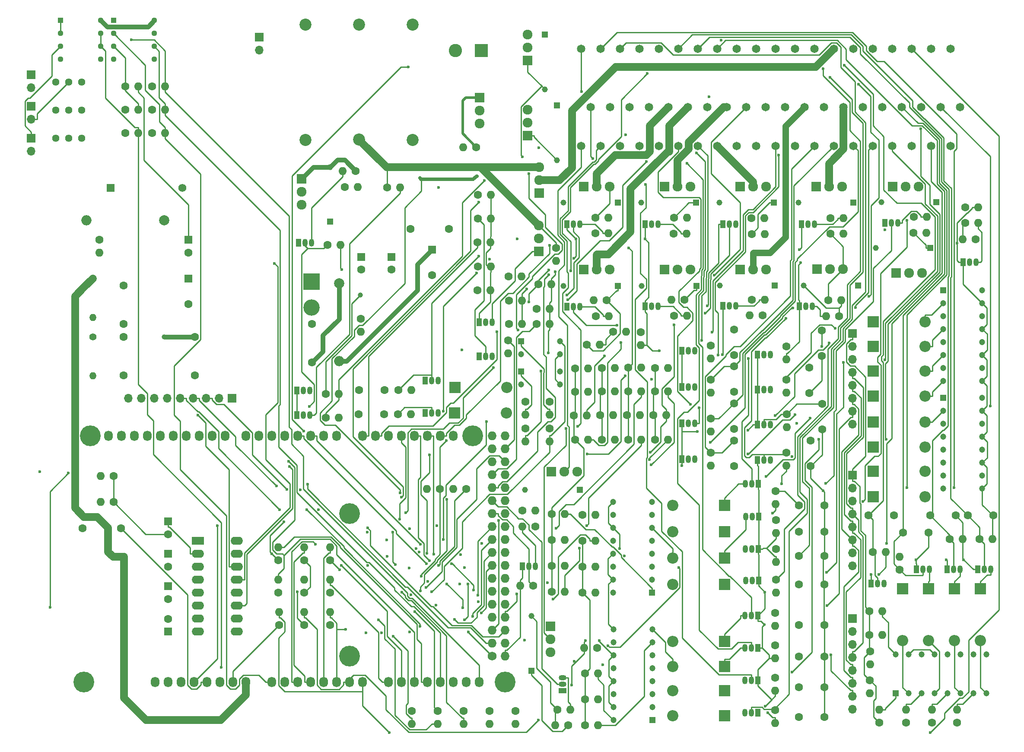
<source format=gbr>
G04 #@! TF.GenerationSoftware,KiCad,Pcbnew,(6.0.0)*
G04 #@! TF.CreationDate,2022-05-11T19:18:29-07:00*
G04 #@! TF.ProjectId,CampKeen,43616d70-4b65-4656-9e2e-6b696361645f,rev?*
G04 #@! TF.SameCoordinates,Original*
G04 #@! TF.FileFunction,Copper,L2,Inr*
G04 #@! TF.FilePolarity,Positive*
%FSLAX46Y46*%
G04 Gerber Fmt 4.6, Leading zero omitted, Abs format (unit mm)*
G04 Created by KiCad (PCBNEW (6.0.0)) date 2022-05-11 19:18:29*
%MOMM*%
%LPD*%
G01*
G04 APERTURE LIST*
G04 #@! TA.AperFunction,ComponentPad*
%ADD10C,1.727200*%
G04 #@! TD*
G04 #@! TA.AperFunction,ComponentPad*
%ADD11O,1.727200X1.727200*%
G04 #@! TD*
G04 #@! TA.AperFunction,ComponentPad*
%ADD12O,1.727200X2.032000*%
G04 #@! TD*
G04 #@! TA.AperFunction,ComponentPad*
%ADD13C,4.064000*%
G04 #@! TD*
G04 #@! TA.AperFunction,ComponentPad*
%ADD14C,1.600000*%
G04 #@! TD*
G04 #@! TA.AperFunction,ComponentPad*
%ADD15R,1.600000X1.600000*%
G04 #@! TD*
G04 #@! TA.AperFunction,ComponentPad*
%ADD16R,2.600000X2.600000*%
G04 #@! TD*
G04 #@! TA.AperFunction,ComponentPad*
%ADD17C,2.600000*%
G04 #@! TD*
G04 #@! TA.AperFunction,ComponentPad*
%ADD18C,1.650000*%
G04 #@! TD*
G04 #@! TA.AperFunction,ComponentPad*
%ADD19R,1.700000X1.700000*%
G04 #@! TD*
G04 #@! TA.AperFunction,ComponentPad*
%ADD20O,1.700000X1.700000*%
G04 #@! TD*
G04 #@! TA.AperFunction,ComponentPad*
%ADD21C,2.000000*%
G04 #@! TD*
G04 #@! TA.AperFunction,ComponentPad*
%ADD22O,2.000000X2.000000*%
G04 #@! TD*
G04 #@! TA.AperFunction,ComponentPad*
%ADD23O,1.600000X1.600000*%
G04 #@! TD*
G04 #@! TA.AperFunction,ComponentPad*
%ADD24C,2.360000*%
G04 #@! TD*
G04 #@! TA.AperFunction,ComponentPad*
%ADD25R,2.400000X1.600000*%
G04 #@! TD*
G04 #@! TA.AperFunction,ComponentPad*
%ADD26O,2.400000X1.600000*%
G04 #@! TD*
G04 #@! TA.AperFunction,ComponentPad*
%ADD27R,1.575000X1.575000*%
G04 #@! TD*
G04 #@! TA.AperFunction,ComponentPad*
%ADD28C,1.575000*%
G04 #@! TD*
G04 #@! TA.AperFunction,ComponentPad*
%ADD29C,1.400000*%
G04 #@! TD*
G04 #@! TA.AperFunction,ComponentPad*
%ADD30O,1.400000X1.400000*%
G04 #@! TD*
G04 #@! TA.AperFunction,ComponentPad*
%ADD31R,3.200000X3.200000*%
G04 #@! TD*
G04 #@! TA.AperFunction,ComponentPad*
%ADD32O,3.200000X3.200000*%
G04 #@! TD*
G04 #@! TA.AperFunction,ComponentPad*
%ADD33R,1.920000X1.920000*%
G04 #@! TD*
G04 #@! TA.AperFunction,ComponentPad*
%ADD34C,1.920000*%
G04 #@! TD*
G04 #@! TA.AperFunction,ComponentPad*
%ADD35R,2.200000X2.200000*%
G04 #@! TD*
G04 #@! TA.AperFunction,ComponentPad*
%ADD36O,2.200000X2.200000*%
G04 #@! TD*
G04 #@! TA.AperFunction,ComponentPad*
%ADD37R,1.130000X1.130000*%
G04 #@! TD*
G04 #@! TA.AperFunction,ComponentPad*
%ADD38C,1.130000*%
G04 #@! TD*
G04 #@! TA.AperFunction,ComponentPad*
%ADD39R,1.200000X1.200000*%
G04 #@! TD*
G04 #@! TA.AperFunction,ComponentPad*
%ADD40C,1.200000*%
G04 #@! TD*
G04 #@! TA.AperFunction,ComponentPad*
%ADD41R,1.500000X1.050000*%
G04 #@! TD*
G04 #@! TA.AperFunction,ComponentPad*
%ADD42O,1.500000X1.050000*%
G04 #@! TD*
G04 #@! TA.AperFunction,ComponentPad*
%ADD43R,1.050000X1.500000*%
G04 #@! TD*
G04 #@! TA.AperFunction,ComponentPad*
%ADD44O,1.050000X1.500000*%
G04 #@! TD*
G04 #@! TA.AperFunction,ComponentPad*
%ADD45C,1.440000*%
G04 #@! TD*
G04 #@! TA.AperFunction,ComponentPad*
%ADD46R,1.150000X1.150000*%
G04 #@! TD*
G04 #@! TA.AperFunction,ComponentPad*
%ADD47C,1.150000*%
G04 #@! TD*
G04 #@! TA.AperFunction,ViaPad*
%ADD48C,0.600000*%
G04 #@! TD*
G04 #@! TA.AperFunction,ViaPad*
%ADD49C,1.000000*%
G04 #@! TD*
G04 #@! TA.AperFunction,Conductor*
%ADD50C,0.250000*%
G04 #@! TD*
G04 #@! TA.AperFunction,Conductor*
%ADD51C,1.524000*%
G04 #@! TD*
G04 #@! TA.AperFunction,Conductor*
%ADD52C,0.889000*%
G04 #@! TD*
G04 #@! TA.AperFunction,Conductor*
%ADD53C,0.508000*%
G04 #@! TD*
G04 #@! TA.AperFunction,Conductor*
%ADD54C,0.635000*%
G04 #@! TD*
G04 #@! TA.AperFunction,Conductor*
%ADD55C,1.270000*%
G04 #@! TD*
G04 APERTURE END LIST*
D10*
X195153000Y-219416000D03*
D11*
X197693000Y-219416000D03*
X195153000Y-216876000D03*
X197693000Y-216876000D03*
X195153000Y-214336000D03*
X197693000Y-214336000D03*
X195153000Y-211796000D03*
X197693000Y-211796000D03*
X195153000Y-209256000D03*
X197693000Y-209256000D03*
X195153000Y-206716000D03*
X197693000Y-206716000D03*
X195153000Y-204176000D03*
X197693000Y-204176000D03*
X195153000Y-201636000D03*
X197693000Y-201636000D03*
X195153000Y-199096000D03*
X197693000Y-199096000D03*
X195153000Y-196556000D03*
X197693000Y-196556000D03*
X195153000Y-194016000D03*
X197693000Y-194016000D03*
X195153000Y-191476000D03*
X197693000Y-191476000D03*
X195153000Y-188936000D03*
X197693000Y-188936000D03*
X195153000Y-186396000D03*
X197693000Y-186396000D03*
X195153000Y-183856000D03*
X197693000Y-183856000D03*
X195153000Y-181316000D03*
X197693000Y-181316000D03*
X195153000Y-178776000D03*
X197693000Y-178776000D03*
X195153000Y-176236000D03*
X197693000Y-176236000D03*
D12*
X129113000Y-224496000D03*
X131653000Y-224496000D03*
X134193000Y-224496000D03*
X136733000Y-224496000D03*
X139273000Y-224496000D03*
X141813000Y-224496000D03*
X144353000Y-224496000D03*
X146893000Y-224496000D03*
X151973000Y-224496000D03*
X154513000Y-224496000D03*
X157053000Y-224496000D03*
X159593000Y-224496000D03*
X162133000Y-224496000D03*
X164673000Y-224496000D03*
X167213000Y-224496000D03*
X169753000Y-224496000D03*
X174833000Y-224496000D03*
X177373000Y-224496000D03*
X179913000Y-224496000D03*
X182453000Y-224496000D03*
X184993000Y-224496000D03*
X187533000Y-224496000D03*
X190073000Y-224496000D03*
X192613000Y-224496000D03*
X119969000Y-176236000D03*
X122509000Y-176236000D03*
X125049000Y-176236000D03*
X127589000Y-176236000D03*
X130129000Y-176236000D03*
X132669000Y-176236000D03*
X135209000Y-176236000D03*
X137749000Y-176236000D03*
X140289000Y-176236000D03*
X142829000Y-176236000D03*
X146893000Y-176236000D03*
X149433000Y-176236000D03*
X151973000Y-176236000D03*
X154513000Y-176236000D03*
X157053000Y-176236000D03*
X159593000Y-176236000D03*
X162133000Y-176236000D03*
X164673000Y-176236000D03*
X169753000Y-176236000D03*
X172293000Y-176236000D03*
X174833000Y-176236000D03*
X177373000Y-176236000D03*
X179913000Y-176236000D03*
X182453000Y-176236000D03*
X184993000Y-176236000D03*
X187533000Y-176236000D03*
D13*
X115143000Y-224496000D03*
X167213000Y-219416000D03*
X197693000Y-224496000D03*
X116413000Y-176236000D03*
X167213000Y-191476000D03*
X191343000Y-176236000D03*
D14*
X179170000Y-135640400D03*
X186670000Y-135640400D03*
X159861000Y-154329000D03*
X159861000Y-161829000D03*
D15*
X169486900Y-141164800D03*
D14*
X169486900Y-143664800D03*
D15*
X183409200Y-139716700D03*
D14*
X183409200Y-144716700D03*
X122428000Y-194310000D03*
X114928000Y-194310000D03*
D15*
X131653000Y-199350000D03*
D14*
X131653000Y-201850000D03*
D15*
X131653000Y-214590000D03*
D14*
X131653000Y-212090000D03*
D15*
X131653000Y-205700000D03*
D14*
X131653000Y-208200000D03*
D15*
X131653000Y-193000000D03*
D14*
X131653000Y-195500000D03*
D16*
X193026000Y-100701500D03*
D17*
X187946000Y-100701500D03*
D18*
X224028000Y-119380000D03*
X225928000Y-111760000D03*
X224028000Y-100330000D03*
X220218000Y-119380000D03*
X222118000Y-111760000D03*
X220218000Y-100330000D03*
X216408000Y-119380000D03*
X218308000Y-111760000D03*
X216408000Y-100330000D03*
X212598000Y-119380000D03*
X214498000Y-111760000D03*
X212598000Y-100330000D03*
X269748000Y-119380000D03*
X271648000Y-111760000D03*
X269748000Y-100330000D03*
X265938000Y-119380000D03*
X267838000Y-111760000D03*
X265938000Y-100330000D03*
X262128000Y-119380000D03*
X264028000Y-111760000D03*
X262128000Y-100330000D03*
X258318000Y-119380000D03*
X260218000Y-111760000D03*
X258318000Y-100330000D03*
X239268000Y-119380000D03*
X241168000Y-111760000D03*
X239268000Y-100330000D03*
X235458000Y-119380000D03*
X237358000Y-111760000D03*
X235458000Y-100330000D03*
X231648000Y-119380000D03*
X233548000Y-111760000D03*
X231648000Y-100330000D03*
X227838000Y-119380000D03*
X229738000Y-111760000D03*
X227838000Y-100330000D03*
D19*
X265765000Y-156170000D03*
D20*
X265765000Y-158710000D03*
X265765000Y-161250000D03*
X265765000Y-163790000D03*
X265765000Y-166330000D03*
X265765000Y-168870000D03*
X265765000Y-171410000D03*
X265765000Y-173950000D03*
D19*
X265765000Y-212050000D03*
D20*
X265765000Y-214590000D03*
X265765000Y-217130000D03*
X265765000Y-219670000D03*
X265765000Y-222210000D03*
X265765000Y-224750000D03*
X265765000Y-227290000D03*
X265765000Y-229830000D03*
D19*
X265765000Y-183905000D03*
D20*
X265765000Y-186445000D03*
X265765000Y-188985000D03*
X265765000Y-191525000D03*
X265765000Y-194065000D03*
X265765000Y-196605000D03*
X265765000Y-199145000D03*
X265765000Y-201685000D03*
D21*
X165185800Y-146307300D03*
D22*
X165185800Y-161547300D03*
D14*
X169404200Y-153310400D03*
D23*
X169404200Y-155850400D03*
D14*
X120985000Y-184110000D03*
D23*
X118445000Y-184110000D03*
D14*
X120985000Y-189190000D03*
D23*
X118445000Y-189190000D03*
D24*
X179552400Y-95581200D03*
X179552400Y-118181200D03*
D25*
X137495000Y-196810000D03*
D26*
X137495000Y-199350000D03*
X137495000Y-201890000D03*
X137495000Y-204430000D03*
X137495000Y-206970000D03*
X137495000Y-209510000D03*
X137495000Y-212050000D03*
X137495000Y-214590000D03*
X145115000Y-214590000D03*
X145115000Y-212050000D03*
X145115000Y-209510000D03*
X145115000Y-206970000D03*
X145115000Y-204430000D03*
X145115000Y-201890000D03*
X145115000Y-199350000D03*
X145115000Y-196810000D03*
D18*
X254508000Y-119380000D03*
X256408000Y-111760000D03*
X254508000Y-100330000D03*
X250698000Y-119380000D03*
X252598000Y-111760000D03*
X250698000Y-100330000D03*
X246888000Y-119380000D03*
X248788000Y-111760000D03*
X246888000Y-100330000D03*
X243078000Y-119380000D03*
X244978000Y-111760000D03*
X243078000Y-100330000D03*
D14*
X122915000Y-156840200D03*
X122915000Y-164340200D03*
X122915000Y-154260200D03*
X122915000Y-146760200D03*
X136885000Y-156840200D03*
X136885000Y-164340200D03*
D15*
X135615000Y-137790200D03*
D14*
X135615000Y-140290200D03*
D15*
X135615000Y-145410200D03*
D14*
X135615000Y-150410200D03*
D15*
X175473500Y-141164800D03*
D14*
X175473500Y-143664800D03*
D27*
X120375000Y-127630200D03*
D28*
X134475000Y-127630200D03*
D21*
X130870000Y-133940200D03*
D22*
X115630000Y-133940200D03*
D14*
X118170000Y-137750200D03*
D23*
X118170000Y-140290200D03*
D29*
X116900000Y-156800200D03*
D30*
X116900000Y-164420200D03*
D29*
X116900000Y-145370200D03*
D30*
X116900000Y-152990200D03*
D31*
X159766200Y-146010200D03*
D32*
X159766200Y-151090200D03*
D33*
X192676000Y-109894400D03*
D34*
X192676000Y-112434400D03*
X192676000Y-114974400D03*
D14*
X192065700Y-119630700D03*
D23*
X189525700Y-119630700D03*
D19*
X144205000Y-168865200D03*
D20*
X141665000Y-168865200D03*
X139125000Y-168865200D03*
X136585000Y-168865200D03*
X134045000Y-168865200D03*
X131505000Y-168865200D03*
X128965000Y-168865200D03*
X126425000Y-168865200D03*
X123885000Y-168865200D03*
D18*
X284988000Y-119380000D03*
X286888000Y-111760000D03*
X284988000Y-100330000D03*
X281178000Y-119380000D03*
X283078000Y-111760000D03*
X281178000Y-100330000D03*
X277368000Y-119380000D03*
X279268000Y-111760000D03*
X277368000Y-100330000D03*
X273558000Y-119380000D03*
X275458000Y-111760000D03*
X273558000Y-100330000D03*
D24*
X169058859Y-95576059D03*
X169058859Y-118176059D03*
D14*
X255238900Y-231305000D03*
X260238900Y-231305000D03*
X255238900Y-225480400D03*
X260238900Y-225480400D03*
X255238900Y-219496300D03*
X260238900Y-219496300D03*
X255238900Y-213272800D03*
X260238900Y-213272800D03*
X255238900Y-205334400D03*
X260238900Y-205334400D03*
X255238900Y-199749200D03*
X260238900Y-199749200D03*
X255238900Y-189855400D03*
X260238900Y-189855400D03*
X255238900Y-195015000D03*
X260238900Y-195015000D03*
X268936700Y-191762600D03*
X273936700Y-191762600D03*
X288350700Y-191823900D03*
X293350700Y-191823900D03*
X275641600Y-195151700D03*
X280641600Y-195151700D03*
X280994500Y-191807700D03*
X285994500Y-191807700D03*
X259789000Y-155594600D03*
X259789000Y-160594600D03*
X257329700Y-162812500D03*
X257329700Y-167812500D03*
X259811300Y-169981400D03*
X259811300Y-174981400D03*
X257571100Y-177164100D03*
X257571100Y-182164100D03*
X242546100Y-155355000D03*
X242546100Y-160355000D03*
X242546100Y-162619600D03*
X242546100Y-167619600D03*
X169105700Y-167258900D03*
X174105700Y-167258900D03*
X169009800Y-172008200D03*
X174009800Y-172008200D03*
X242546100Y-169884100D03*
X242546100Y-174884100D03*
X242561800Y-177164100D03*
X242561800Y-182164100D03*
D35*
X240680900Y-231125800D03*
D36*
X230520900Y-231125800D03*
D35*
X269853100Y-173532700D03*
D36*
X280013100Y-173532700D03*
D35*
X240680900Y-226209700D03*
D36*
X230520900Y-226209700D03*
D35*
X240680900Y-216544100D03*
D36*
X230520900Y-216544100D03*
D35*
X240680900Y-221420000D03*
D36*
X230520900Y-221420000D03*
D35*
X240680900Y-205352800D03*
D36*
X230520900Y-205352800D03*
D35*
X240680900Y-195033400D03*
D36*
X230520900Y-195033400D03*
D35*
X240680900Y-200139900D03*
D36*
X230520900Y-200139900D03*
D35*
X240680900Y-189820600D03*
D36*
X230520900Y-189820600D03*
D35*
X275620200Y-206197400D03*
D36*
X275620200Y-216357400D03*
D35*
X280700200Y-206197400D03*
D36*
X280700200Y-216357400D03*
D35*
X285780200Y-206197400D03*
D36*
X285780200Y-216357400D03*
D35*
X290860200Y-206197400D03*
D36*
X290860200Y-216357400D03*
D35*
X269853100Y-178457200D03*
D36*
X280013100Y-178457200D03*
D35*
X269853100Y-183182700D03*
D36*
X280013100Y-183182700D03*
D35*
X269853100Y-188119400D03*
D36*
X280013100Y-188119400D03*
D35*
X187844900Y-166746900D03*
D36*
X198004900Y-166746900D03*
D35*
X187773600Y-171742900D03*
D36*
X197933600Y-171742900D03*
D35*
X269853100Y-153902800D03*
D36*
X280013100Y-153902800D03*
D35*
X269853100Y-158714300D03*
D36*
X280013100Y-158714300D03*
D35*
X269853100Y-163542200D03*
D36*
X280013100Y-163542200D03*
D35*
X269853100Y-168457600D03*
D36*
X280013100Y-168457600D03*
D37*
X121009000Y-94810400D03*
D38*
X121009000Y-97350400D03*
X121009000Y-99890400D03*
X121009000Y-102430400D03*
X128949000Y-102430400D03*
X128949000Y-99890400D03*
X128949000Y-97350400D03*
X128949000Y-94810400D03*
D37*
X110543800Y-94810400D03*
D38*
X110543800Y-97350400D03*
X110543800Y-99890400D03*
X110543800Y-102430400D03*
X118483800Y-102430400D03*
X118483800Y-99890400D03*
X118483800Y-97350400D03*
X118483800Y-94810400D03*
D39*
X200847400Y-157646900D03*
D40*
X200847400Y-160186900D03*
X208467400Y-160186900D03*
X208467400Y-157646900D03*
D39*
X200847400Y-163566100D03*
D40*
X200847400Y-166106100D03*
X208467400Y-166106100D03*
X208467400Y-163566100D03*
D19*
X104852500Y-117867000D03*
D20*
X104852500Y-120407000D03*
D19*
X104824700Y-111614900D03*
D20*
X104824700Y-114154900D03*
D19*
X104834900Y-105453700D03*
D20*
X104834900Y-107993700D03*
D24*
X158575900Y-118181200D03*
X158575900Y-95581200D03*
D41*
X208984900Y-226137200D03*
D42*
X208984900Y-224867200D03*
X208984900Y-223597200D03*
D33*
X206626700Y-213539500D03*
D34*
X206626700Y-216079500D03*
X206626700Y-218619500D03*
D43*
X247233200Y-230485000D03*
D44*
X245963200Y-230485000D03*
X244693200Y-230485000D03*
D43*
X247233200Y-224135000D03*
D44*
X245963200Y-224135000D03*
X244693200Y-224135000D03*
D43*
X247233200Y-217785000D03*
D44*
X245963200Y-217785000D03*
X244693200Y-217785000D03*
D43*
X247233200Y-211435000D03*
D44*
X245963200Y-211435000D03*
X244693200Y-211435000D03*
D43*
X157200500Y-138410300D03*
D44*
X158470500Y-138410300D03*
X159740500Y-138410300D03*
D33*
X157799800Y-125864700D03*
D34*
X157799800Y-128404700D03*
X157799800Y-130944700D03*
D43*
X201124800Y-201797100D03*
D44*
X202394800Y-201797100D03*
X203664800Y-201797100D03*
D33*
X206736600Y-183286100D03*
D34*
X209276600Y-183286100D03*
X211816600Y-183286100D03*
D43*
X247395700Y-204619600D03*
D44*
X246125700Y-204619600D03*
X244855700Y-204619600D03*
D43*
X247306600Y-198366100D03*
D44*
X246036600Y-198366100D03*
X244766600Y-198366100D03*
D43*
X247313200Y-185653200D03*
D44*
X246043200Y-185653200D03*
X244773200Y-185653200D03*
D43*
X247366400Y-192036300D03*
D44*
X246096400Y-192036300D03*
X244826400Y-192036300D03*
D43*
X269388700Y-205133500D03*
D44*
X270658700Y-205133500D03*
X271928700Y-205133500D03*
D43*
X290287600Y-202401200D03*
D44*
X291557600Y-202401200D03*
X292827600Y-202401200D03*
D43*
X278306800Y-202401200D03*
D44*
X279576800Y-202401200D03*
X280846800Y-202401200D03*
D43*
X284297200Y-202401200D03*
D44*
X285567200Y-202401200D03*
X286837200Y-202401200D03*
D43*
X247184700Y-160263300D03*
D44*
X248454700Y-160263300D03*
X249724700Y-160263300D03*
D43*
X247184700Y-167157700D03*
D44*
X248454700Y-167157700D03*
X249724700Y-167157700D03*
D43*
X247184700Y-174052000D03*
D44*
X248454700Y-174052000D03*
X249724700Y-174052000D03*
D43*
X247184700Y-180946400D03*
D44*
X248454700Y-180946400D03*
X249724700Y-180946400D03*
D43*
X232355400Y-159553300D03*
D44*
X233625400Y-159553300D03*
X234895400Y-159553300D03*
D43*
X232355400Y-166644300D03*
D44*
X233625400Y-166644300D03*
X234895400Y-166644300D03*
D43*
X182001000Y-165390600D03*
D44*
X183271000Y-165390600D03*
X184541000Y-165390600D03*
D43*
X182001000Y-171723000D03*
D44*
X183271000Y-171723000D03*
X184541000Y-171723000D03*
D43*
X232355400Y-173735300D03*
D44*
X233625400Y-173735300D03*
X234895400Y-173735300D03*
D43*
X232355400Y-180826300D03*
D44*
X233625400Y-180826300D03*
X234895400Y-180826300D03*
D43*
X209768900Y-134734400D03*
D44*
X211038900Y-134734400D03*
X212308900Y-134734400D03*
D43*
X225114700Y-150857700D03*
D44*
X226384700Y-150857700D03*
X227654700Y-150857700D03*
D33*
X213088400Y-127384000D03*
D34*
X215628400Y-127384000D03*
X218168400Y-127384000D03*
D33*
X228953000Y-143602200D03*
D34*
X231493000Y-143602200D03*
X234033000Y-143602200D03*
D43*
X209810700Y-150902700D03*
D44*
X211080700Y-150902700D03*
X212350700Y-150902700D03*
D33*
X213088400Y-143602200D03*
D34*
X215628400Y-143602200D03*
X218168400Y-143602200D03*
D43*
X225107000Y-134714600D03*
D44*
X226377000Y-134714600D03*
X227647000Y-134714600D03*
D33*
X228953000Y-127384000D03*
D34*
X231493000Y-127384000D03*
X234033000Y-127384000D03*
D43*
X240351700Y-134768200D03*
D44*
X241621700Y-134768200D03*
X242891700Y-134768200D03*
D33*
X243794000Y-127384000D03*
D34*
X246334000Y-127384000D03*
X248874000Y-127384000D03*
D43*
X287479500Y-142206100D03*
D44*
X288749500Y-142206100D03*
X290019500Y-142206100D03*
D33*
X274354900Y-144311500D03*
D34*
X276894900Y-144311500D03*
X279434900Y-144311500D03*
D43*
X272112700Y-134507000D03*
D44*
X273382700Y-134507000D03*
X274652700Y-134507000D03*
D43*
X255369800Y-150820800D03*
D44*
X256639800Y-150820800D03*
X257909800Y-150820800D03*
D33*
X273644600Y-127384000D03*
D34*
X276184600Y-127384000D03*
X278724600Y-127384000D03*
D33*
X258866800Y-143498500D03*
D34*
X261406800Y-143498500D03*
X263946800Y-143498500D03*
D43*
X156888000Y-167302200D03*
D44*
X158158000Y-167302200D03*
X159428000Y-167302200D03*
D33*
X202090500Y-117335600D03*
D34*
X202090500Y-114795600D03*
X202090500Y-112255600D03*
D43*
X255804100Y-134768200D03*
D44*
X257074100Y-134768200D03*
X258344100Y-134768200D03*
D33*
X258650200Y-127384000D03*
D34*
X261190200Y-127384000D03*
X263730200Y-127384000D03*
D43*
X192629500Y-160651900D03*
D44*
X193899500Y-160651900D03*
X195169500Y-160651900D03*
D33*
X202090500Y-102629000D03*
D34*
X202090500Y-100089000D03*
X202090500Y-97549000D03*
D43*
X240412800Y-150774300D03*
D44*
X241682800Y-150774300D03*
X242952800Y-150774300D03*
D33*
X243794000Y-143602200D03*
D34*
X246334000Y-143602200D03*
X248874000Y-143602200D03*
D43*
X156888000Y-172151300D03*
D44*
X158158000Y-172151300D03*
X159428000Y-172151300D03*
D33*
X204402600Y-128661100D03*
D34*
X204402600Y-126121100D03*
X204402600Y-123581100D03*
D43*
X192629500Y-153972200D03*
D44*
X193899500Y-153972200D03*
X195169500Y-153972200D03*
D33*
X204297600Y-140048200D03*
D34*
X204297600Y-137508200D03*
X204297600Y-134968200D03*
D39*
X226547900Y-231942300D03*
D40*
X226547900Y-229402300D03*
X226547900Y-226862300D03*
X226547900Y-224322300D03*
X226547900Y-221782300D03*
X226547900Y-219242300D03*
X226547900Y-216702300D03*
X226547900Y-214162300D03*
X218927900Y-214162300D03*
X218927900Y-216702300D03*
X218927900Y-219242300D03*
X218927900Y-221782300D03*
X218927900Y-224322300D03*
X218927900Y-226862300D03*
X218927900Y-229402300D03*
X218927900Y-231942300D03*
D39*
X226451200Y-206913800D03*
D40*
X226451200Y-204373800D03*
X226451200Y-201833800D03*
X226451200Y-199293800D03*
X226451200Y-196753800D03*
X226451200Y-194213800D03*
X226451200Y-191673800D03*
X226451200Y-189133800D03*
X218831200Y-189133800D03*
X218831200Y-191673800D03*
X218831200Y-194213800D03*
X218831200Y-196753800D03*
X218831200Y-199293800D03*
X218831200Y-201833800D03*
X218831200Y-204373800D03*
X218831200Y-206913800D03*
D39*
X274227500Y-226685600D03*
D40*
X276767500Y-226685600D03*
X279307500Y-226685600D03*
X281847500Y-226685600D03*
X284387500Y-226685600D03*
X286927500Y-226685600D03*
X289467500Y-226685600D03*
X292007500Y-226685600D03*
X292007500Y-219065600D03*
X289467500Y-219065600D03*
X286927500Y-219065600D03*
X284387500Y-219065600D03*
X281847500Y-219065600D03*
X279307500Y-219065600D03*
X276767500Y-219065600D03*
X274227500Y-219065600D03*
D39*
X283566300Y-168792100D03*
D40*
X283566300Y-171332100D03*
X283566300Y-173872100D03*
X283566300Y-176412100D03*
X283566300Y-178952100D03*
X283566300Y-181492100D03*
X283566300Y-184032100D03*
X283566300Y-186572100D03*
X291186300Y-186572100D03*
X291186300Y-184032100D03*
X291186300Y-181492100D03*
X291186300Y-178952100D03*
X291186300Y-176412100D03*
X291186300Y-173872100D03*
X291186300Y-171332100D03*
X291186300Y-168792100D03*
D39*
X283566300Y-147678000D03*
D40*
X283566300Y-150218000D03*
X283566300Y-152758000D03*
X283566300Y-155298000D03*
X283566300Y-157838000D03*
X283566300Y-160378000D03*
X283566300Y-162918000D03*
X283566300Y-165458000D03*
X291186300Y-165458000D03*
X291186300Y-162918000D03*
X291186300Y-160378000D03*
X291186300Y-157838000D03*
X291186300Y-155298000D03*
X291186300Y-152758000D03*
X291186300Y-150218000D03*
X291186300Y-147678000D03*
D14*
X123288700Y-107720500D03*
D23*
X125828700Y-107720500D03*
D14*
X123288700Y-112270100D03*
D23*
X125828700Y-112270100D03*
D14*
X128563900Y-116879300D03*
D23*
X131103900Y-116879300D03*
D14*
X128563900Y-107720500D03*
D23*
X131103900Y-107720500D03*
D14*
X128563900Y-112270100D03*
D23*
X131103900Y-112270100D03*
D14*
X123288700Y-116879300D03*
D23*
X125828700Y-116879300D03*
D14*
X271048000Y-232475500D03*
D23*
X271048000Y-229935500D03*
D14*
X215722800Y-217785100D03*
D23*
X213182800Y-217785100D03*
D14*
X210021300Y-232987200D03*
D23*
X207481300Y-232987200D03*
D14*
X207959300Y-229910900D03*
D23*
X210499300Y-229910900D03*
D14*
X250595300Y-229984200D03*
D23*
X250595300Y-232524200D03*
D14*
X250595300Y-223634200D03*
D23*
X250595300Y-226174200D03*
D14*
X213357200Y-232952800D03*
D23*
X215897200Y-232952800D03*
D14*
X213357200Y-227872800D03*
D23*
X215897200Y-227872800D03*
D14*
X250595300Y-217284200D03*
D23*
X250595300Y-219824200D03*
D14*
X250595300Y-210934200D03*
D23*
X250595300Y-213474200D03*
D14*
X194645900Y-230131700D03*
D23*
X194645900Y-232671700D03*
D14*
X199725900Y-230131700D03*
D23*
X199725900Y-232671700D03*
D14*
X153243000Y-200620000D03*
D23*
X153243000Y-198080000D03*
D14*
X158323000Y-200620000D03*
D23*
X158323000Y-198080000D03*
D14*
X163403000Y-200620000D03*
D23*
X163403000Y-198080000D03*
D14*
X153243000Y-206970000D03*
D23*
X153243000Y-204430000D03*
D14*
X158323000Y-206970000D03*
D23*
X158323000Y-204430000D03*
D14*
X163403000Y-206970000D03*
D23*
X163403000Y-204430000D03*
D14*
X153428000Y-213320000D03*
D23*
X153428000Y-210780000D03*
D14*
X158323000Y-213320000D03*
D23*
X158323000Y-210780000D03*
D14*
X163403000Y-213320000D03*
D23*
X163403000Y-210780000D03*
D14*
X162873400Y-138774700D03*
D23*
X165413400Y-138774700D03*
D14*
X166282200Y-127450500D03*
D23*
X168822200Y-127450500D03*
D14*
X168428300Y-124281900D03*
D23*
X165888300Y-124281900D03*
D14*
X184903700Y-186662400D03*
D23*
X182363700Y-186662400D03*
D14*
X190073000Y-186650000D03*
D23*
X187533000Y-186650000D03*
D14*
X203199300Y-205626900D03*
D23*
X200659300Y-205626900D03*
D14*
X201111600Y-190892600D03*
D23*
X203651600Y-190892600D03*
D14*
X203611700Y-194031000D03*
D23*
X201071700Y-194031000D03*
D14*
X250823900Y-204430100D03*
D23*
X250823900Y-206970100D03*
D14*
X250823900Y-198419300D03*
D23*
X250823900Y-200959300D03*
D14*
X206843000Y-206790000D03*
D23*
X209383000Y-206790000D03*
D14*
X206843000Y-191550000D03*
D23*
X209383000Y-191550000D03*
D14*
X250664400Y-187089400D03*
D23*
X250664400Y-189629400D03*
D14*
X250823900Y-192727800D03*
D23*
X250823900Y-195267800D03*
D14*
X206843000Y-201710000D03*
D23*
X209383000Y-201710000D03*
D14*
X206843000Y-196630000D03*
D23*
X209383000Y-196630000D03*
D14*
X269782700Y-199026400D03*
D23*
X272322700Y-199026400D03*
D14*
X290659700Y-196482800D03*
D23*
X293199700Y-196482800D03*
D14*
X269111100Y-210560100D03*
D23*
X271651100Y-210560100D03*
D14*
X269182100Y-224124200D03*
D23*
X269182100Y-226664200D03*
D14*
X275030700Y-202454300D03*
D23*
X275030700Y-199914300D03*
D14*
X284856100Y-196482800D03*
D23*
X287396100Y-196482800D03*
D14*
X269242100Y-218480700D03*
D23*
X269242100Y-221020700D03*
D14*
X269111100Y-215283000D03*
D23*
X271651100Y-215283000D03*
D14*
X252820200Y-158656600D03*
D23*
X252820200Y-161196600D03*
D14*
X252789100Y-165171700D03*
D23*
X252789100Y-167711700D03*
D14*
X252864700Y-171998200D03*
D23*
X252864700Y-174538200D03*
D14*
X252788200Y-179524000D03*
D23*
X252788200Y-182064000D03*
D14*
X216627800Y-167522500D03*
D23*
X219167800Y-167522500D03*
D14*
X216627800Y-176956000D03*
D23*
X219167800Y-176956000D03*
D14*
X216627800Y-162914600D03*
D23*
X219167800Y-162914600D03*
D14*
X216363300Y-172195100D03*
D23*
X218903300Y-172195100D03*
D14*
X237998900Y-158560600D03*
D23*
X237998900Y-161100600D03*
D14*
X237998900Y-165224800D03*
D23*
X237998900Y-167764800D03*
D14*
X176781300Y-167210900D03*
D23*
X179321300Y-167210900D03*
D14*
X213357200Y-222792800D03*
D23*
X215897200Y-222792800D03*
D14*
X184485900Y-230131700D03*
D23*
X184485900Y-232671700D03*
D14*
X179405900Y-230131700D03*
D23*
X179405900Y-232671700D03*
D14*
X176685400Y-171960200D03*
D23*
X179225400Y-171960200D03*
D14*
X237998900Y-172868000D03*
D23*
X237998900Y-175408000D03*
D14*
X237998900Y-179547100D03*
D23*
X237998900Y-182087100D03*
D14*
X189565900Y-230131700D03*
D23*
X189565900Y-232671700D03*
D14*
X212893300Y-206930100D03*
D23*
X215433300Y-206930100D03*
D14*
X212893300Y-201850100D03*
D23*
X215433300Y-201850100D03*
D14*
X203843100Y-151304500D03*
D23*
X206383100Y-151304500D03*
D14*
X198498800Y-149707200D03*
D23*
X201038800Y-149707200D03*
D14*
X215386600Y-133431600D03*
D23*
X217926600Y-133431600D03*
D14*
X215394100Y-136519100D03*
D23*
X217934100Y-136519100D03*
D14*
X232861800Y-149583000D03*
D23*
X230321800Y-149583000D03*
D14*
X230785700Y-152697100D03*
D23*
X233325700Y-152697100D03*
D14*
X224314700Y-155913500D03*
D23*
X224314700Y-158453500D03*
D14*
X217611700Y-149660500D03*
D23*
X215071700Y-149660500D03*
D14*
X215478200Y-152773600D03*
D23*
X218018200Y-152773600D03*
D14*
X204230300Y-146512500D03*
D23*
X206770300Y-146512500D03*
D14*
X230777400Y-133479600D03*
D23*
X233317400Y-133479600D03*
D14*
X230739700Y-136612300D03*
D23*
X233279700Y-136612300D03*
D14*
X203843100Y-154305500D03*
D23*
X206383100Y-154305500D03*
D14*
X246012600Y-136666600D03*
D23*
X248552600Y-136666600D03*
D14*
X245989500Y-133538300D03*
D23*
X248529500Y-133538300D03*
D14*
X192401800Y-128994900D03*
D23*
X194941800Y-128994900D03*
D14*
X289945200Y-137654800D03*
D23*
X287405200Y-137654800D03*
D14*
X287837100Y-134475900D03*
D23*
X290377100Y-134475900D03*
D14*
X287848200Y-131402000D03*
D23*
X290388200Y-131402000D03*
D14*
X198492600Y-154316600D03*
D23*
X201032600Y-154316600D03*
D14*
X277740400Y-136393600D03*
D23*
X280280400Y-136393600D03*
D14*
X277760500Y-133287100D03*
D23*
X280300500Y-133287100D03*
D14*
X261013300Y-149626000D03*
D23*
X263553300Y-149626000D03*
D14*
X263114600Y-152802000D03*
D23*
X260574600Y-152802000D03*
D14*
X192393800Y-143011800D03*
D23*
X194933800Y-143011800D03*
D14*
X162580100Y-168035600D03*
D23*
X165120100Y-168035600D03*
D14*
X162580100Y-172694500D03*
D23*
X165120100Y-172694500D03*
D14*
X198367400Y-144984000D03*
D23*
X200907400Y-144984000D03*
D14*
X261444300Y-136632000D03*
D23*
X263984300Y-136632000D03*
D14*
X261444300Y-133533300D03*
D23*
X263984300Y-133533300D03*
D14*
X192385700Y-133645700D03*
D23*
X194925700Y-133645700D03*
D14*
X213721600Y-158353400D03*
D23*
X216261600Y-158353400D03*
D14*
X218887600Y-155849600D03*
D23*
X221427600Y-155849600D03*
D14*
X192321200Y-138324700D03*
D23*
X194861200Y-138324700D03*
D14*
X248142400Y-152614500D03*
D23*
X245602400Y-152614500D03*
D14*
X246034400Y-149519200D03*
D23*
X248574400Y-149519200D03*
D14*
X192296900Y-147701400D03*
D23*
X194836900Y-147701400D03*
D14*
X174581900Y-127498200D03*
D23*
X177121900Y-127498200D03*
D14*
X276271300Y-232475500D03*
D23*
X276271300Y-229935500D03*
D14*
X198254200Y-157521800D03*
D23*
X198254200Y-160061800D03*
D14*
X207714400Y-139352600D03*
D23*
X207714400Y-141892600D03*
D14*
X281314400Y-232475500D03*
D23*
X281314400Y-229935500D03*
D14*
X286267500Y-232475500D03*
D23*
X286267500Y-229935500D03*
D14*
X212893300Y-196770100D03*
D23*
X215433300Y-196770100D03*
D14*
X212893300Y-191690100D03*
D23*
X215433300Y-191690100D03*
D14*
X206390300Y-169539000D03*
D23*
X206390300Y-172079000D03*
D14*
X206390300Y-174744600D03*
D23*
X206390300Y-177284600D03*
D14*
X201717000Y-169539000D03*
D23*
X201717000Y-172079000D03*
D14*
X221836100Y-176956000D03*
D23*
X224376100Y-176956000D03*
D14*
X221571500Y-172135000D03*
D23*
X224111500Y-172135000D03*
D14*
X221836100Y-167462400D03*
D23*
X224376100Y-167462400D03*
D14*
X201717000Y-174744600D03*
D23*
X201717000Y-177284600D03*
D14*
X221836100Y-162854600D03*
D23*
X224376100Y-162854600D03*
D14*
X211419600Y-162974600D03*
D23*
X213959600Y-162974600D03*
D14*
X211419600Y-167582500D03*
D23*
X213959600Y-167582500D03*
D14*
X211419600Y-176956000D03*
D23*
X213959600Y-176956000D03*
D14*
X211155000Y-172255100D03*
D23*
X213695000Y-172255100D03*
D14*
X227044300Y-162914600D03*
D23*
X229584300Y-162914600D03*
D14*
X227044300Y-167522500D03*
D23*
X229584300Y-167522500D03*
D14*
X226779800Y-172195100D03*
D23*
X229319800Y-172195100D03*
D14*
X227044300Y-176956000D03*
D23*
X229584300Y-176956000D03*
D45*
X114761200Y-117885900D03*
X112221200Y-117885900D03*
X109681200Y-117885900D03*
X114755400Y-106876600D03*
X112215400Y-106876600D03*
X109675400Y-106876600D03*
X114740100Y-112371200D03*
X112200100Y-112371200D03*
X109660100Y-112371200D03*
D46*
X202850100Y-222263100D03*
D47*
X202850100Y-211563100D03*
D46*
X163401300Y-134266900D03*
D47*
X163401300Y-123566900D03*
D46*
X212321800Y-186796800D03*
D47*
X201621800Y-186796800D03*
D46*
X219823900Y-130532500D03*
D47*
X209123900Y-130532500D03*
D46*
X235169800Y-146806200D03*
D47*
X224469800Y-146806200D03*
D46*
X219823900Y-146839400D03*
D47*
X209123900Y-146839400D03*
D46*
X235082400Y-130532500D03*
D47*
X224382400Y-130532500D03*
D46*
X250385462Y-130531212D03*
D47*
X239685462Y-130531212D03*
D46*
X281029100Y-139409500D03*
D47*
X270329100Y-139409500D03*
D46*
X282184100Y-130440300D03*
D47*
X271484100Y-130440300D03*
D46*
X266870900Y-146718500D03*
D47*
X256170900Y-146718500D03*
D46*
X207899300Y-111480600D03*
D47*
X207899300Y-122180600D03*
D46*
X265931800Y-130532500D03*
D47*
X255231800Y-130532500D03*
D46*
X205502000Y-97603900D03*
D47*
X205502000Y-108303900D03*
D46*
X250492500Y-146769100D03*
D47*
X239792500Y-146769100D03*
D19*
X149507200Y-98101000D03*
D20*
X149507200Y-100641000D03*
D48*
X213420800Y-216348200D03*
X248694400Y-229179800D03*
X278205800Y-200525600D03*
X211156900Y-141391500D03*
X255634100Y-142303900D03*
X286276300Y-138491700D03*
X248510300Y-213211200D03*
X207522600Y-144053600D03*
X270935300Y-203375500D03*
X269428700Y-203375500D03*
X189250600Y-159338700D03*
X189738000Y-202082600D03*
X211571300Y-137646100D03*
X220138500Y-198354500D03*
X216150500Y-216348200D03*
X232363100Y-182087100D03*
X184699600Y-201658400D03*
X227961400Y-159553300D03*
X178979800Y-214662100D03*
X248624600Y-206836000D03*
X251927900Y-185653200D03*
X165668800Y-143665000D03*
X151946000Y-199350000D03*
X201965400Y-147450100D03*
X249204500Y-230485000D03*
X211237500Y-220425800D03*
X245266400Y-175129300D03*
X210724100Y-225083900D03*
X260054200Y-187011300D03*
X225107000Y-137646100D03*
X250116000Y-191354900D03*
X206203900Y-159998200D03*
X178896100Y-202152900D03*
X284183700Y-200525600D03*
X154336900Y-193040300D03*
X235347500Y-175408000D03*
X190396900Y-205251700D03*
X272112700Y-135796800D03*
X156940500Y-206818700D03*
X165286700Y-202503700D03*
X287491800Y-200525600D03*
X255389200Y-139719500D03*
X190472200Y-214643500D03*
X237314300Y-150774300D03*
X240314100Y-160260600D03*
X189738000Y-212265200D03*
X161163000Y-190664800D03*
X180023900Y-210715900D03*
X221925000Y-139352600D03*
D49*
X169345000Y-148645000D03*
D48*
X106500500Y-183230500D03*
X141339500Y-193825000D03*
X112143400Y-183515000D03*
X108529800Y-209844000D03*
X154932700Y-186698300D03*
X157534300Y-186810400D03*
X152877300Y-186072900D03*
X153511100Y-190667500D03*
X292800000Y-170403100D03*
X257478900Y-172757700D03*
X248823100Y-184203100D03*
X225413300Y-122433200D03*
X178227400Y-191303100D03*
X195419000Y-162837500D03*
X209974300Y-149552600D03*
X267810000Y-189091400D03*
X166446800Y-214185000D03*
X201469200Y-216246100D03*
X276401400Y-133969500D03*
X259185400Y-176916500D03*
X253961800Y-222493800D03*
X279124900Y-116026700D03*
X272401800Y-176916500D03*
X204236900Y-231924800D03*
X174982100Y-234374200D03*
X281034200Y-234384100D03*
X260686200Y-202975700D03*
X272110100Y-161278600D03*
X263957100Y-161791800D03*
X165642700Y-201648000D03*
X276399200Y-186367700D03*
X155260400Y-181249000D03*
X158272400Y-175320400D03*
X240011200Y-98664600D03*
X178735800Y-103914400D03*
X217871400Y-217360100D03*
X231741900Y-202084700D03*
X272420400Y-197329400D03*
X225562100Y-105201500D03*
X210527900Y-143886500D03*
X206390800Y-138896800D03*
X170746300Y-194269900D03*
X158856300Y-190666900D03*
X181045000Y-213532700D03*
X196415700Y-192807200D03*
X158977900Y-185674600D03*
X260771700Y-209495700D03*
X200018200Y-207184400D03*
X261554400Y-219144800D03*
X221101000Y-199780100D03*
X181275700Y-203749200D03*
X185577200Y-171360200D03*
X192100500Y-144335400D03*
X186182000Y-177167800D03*
X177378900Y-188263500D03*
X160571600Y-197443200D03*
X192538500Y-130438300D03*
X173481100Y-214810400D03*
X184191900Y-209410200D03*
X179221900Y-207410600D03*
X193004100Y-210918000D03*
X187812000Y-212237100D03*
X174602000Y-199801800D03*
X191390800Y-211639800D03*
X180867900Y-198986500D03*
X193133800Y-197298100D03*
X192332800Y-207472400D03*
X180257100Y-198343100D03*
X178960000Y-194450100D03*
X206214200Y-144681000D03*
X236875000Y-152203900D03*
X186289300Y-188672600D03*
X181091900Y-206596700D03*
X182216900Y-205949500D03*
X159307300Y-170427100D03*
X219616500Y-154526200D03*
X206247400Y-143717400D03*
X202354000Y-150005600D03*
X209792800Y-148587900D03*
X182317700Y-201275700D03*
X181107300Y-197492800D03*
X155434600Y-182262400D03*
X177057000Y-192558200D03*
X182906200Y-200700200D03*
X183714900Y-199447400D03*
X124463500Y-98620400D03*
X137524700Y-172188400D03*
X194678000Y-141610100D03*
X152516500Y-142437100D03*
X200080400Y-137606900D03*
X260562900Y-185563100D03*
X142095400Y-221594300D03*
X261371000Y-105958500D03*
X225223700Y-126942800D03*
X233335400Y-122834700D03*
X214903000Y-121881800D03*
X221327300Y-117200900D03*
X235237100Y-120735800D03*
X260052500Y-104217800D03*
X245336400Y-161088900D03*
X251329500Y-121225000D03*
X212723000Y-108755100D03*
X239399800Y-160355900D03*
X237700800Y-109798600D03*
X285639200Y-186367700D03*
X264129800Y-103593200D03*
X236220600Y-157483500D03*
X259803000Y-158656600D03*
X262354300Y-155128300D03*
X268986700Y-148913800D03*
X266935500Y-107283300D03*
X234035800Y-170075100D03*
X238650200Y-144715000D03*
X252705900Y-153149800D03*
X266344700Y-151098100D03*
X192494700Y-140984800D03*
X238218500Y-155875800D03*
X211926600Y-174357500D03*
X209598200Y-174748400D03*
X192237803Y-125311878D03*
X177114800Y-187396800D03*
X204324411Y-119786343D03*
X180982240Y-125698634D03*
D49*
X130919000Y-156812000D03*
D48*
X196098500Y-155807600D03*
X193642400Y-126151200D03*
X202370500Y-124850700D03*
X201077000Y-121551800D03*
X200253000Y-155452600D03*
X184647294Y-127551487D03*
X250648700Y-172258500D03*
X261230200Y-158055000D03*
X235698300Y-170700400D03*
X245266400Y-179812800D03*
X254527900Y-172106200D03*
X191555100Y-206417700D03*
X187200500Y-201269600D03*
X185633000Y-196565200D03*
X194033700Y-173411800D03*
X207709100Y-194312900D03*
X188992600Y-199470900D03*
X254863200Y-173785600D03*
X192438100Y-208723100D03*
X206025900Y-205011700D03*
X188785100Y-205236700D03*
X186294200Y-205251700D03*
X189386700Y-209884800D03*
X182530400Y-204751600D03*
X226148600Y-179455300D03*
X230820500Y-154456700D03*
X170662300Y-195070300D03*
X174498000Y-196647500D03*
X226360500Y-181858500D03*
X213821300Y-179768000D03*
X221212300Y-164487900D03*
X225997200Y-180902200D03*
X175703700Y-195075400D03*
X237949200Y-177453500D03*
X176209608Y-201430562D03*
X254093000Y-151166700D03*
X213671600Y-193788400D03*
X170797408Y-201621316D03*
X184297200Y-193802000D03*
X183346300Y-206822900D03*
X204708900Y-163509300D03*
X182871100Y-179965000D03*
X182395000Y-199255700D03*
X177470700Y-206841300D03*
X216797500Y-221082600D03*
X175768000Y-215529700D03*
X172908400Y-212266300D03*
X170479300Y-214828500D03*
X207071600Y-208262400D03*
X212256400Y-198235900D03*
X253913600Y-180241400D03*
X226411500Y-165120400D03*
X220417100Y-157967500D03*
X217150300Y-160574500D03*
D50*
X151608300Y-199012300D02*
X151608300Y-195768900D01*
X184874700Y-200771400D02*
X184874700Y-201483300D01*
X257329700Y-167812500D02*
X259789000Y-165353200D01*
X248156900Y-198366100D02*
X248268800Y-198254200D01*
X225114700Y-149782400D02*
X225822400Y-149074700D01*
X249470000Y-219824200D02*
X247233200Y-222061000D01*
X292153700Y-159410600D02*
X292153700Y-156265400D01*
X290287600Y-202401200D02*
X289437300Y-202401200D01*
X240314100Y-160260600D02*
X240412800Y-160161900D01*
X260040300Y-199947800D02*
X260040300Y-205135800D01*
X190073000Y-186650000D02*
X187765000Y-188958000D01*
X237489400Y-150599200D02*
X237314300Y-150774300D01*
X292153700Y-156265400D02*
X291186300Y-155298000D01*
X247306600Y-198366100D02*
X247731800Y-198366100D01*
X287526800Y-200490600D02*
X287396100Y-200360000D01*
X194014200Y-142654800D02*
X194014200Y-140297000D01*
X291186300Y-171332100D02*
X292139800Y-170378600D01*
X280641600Y-198089800D02*
X278205800Y-200525600D01*
X290388200Y-131402000D02*
X289262900Y-131402000D01*
X194925700Y-130136300D02*
X194925700Y-133645700D01*
X240412800Y-150774300D02*
X240412800Y-151849600D01*
X232355400Y-173735300D02*
X232355400Y-175408000D01*
X218927900Y-224322300D02*
X218000100Y-225250100D01*
X255369800Y-151301100D02*
X255369800Y-151896100D01*
X225440000Y-152258300D02*
X225440000Y-158453500D01*
X292112900Y-185645500D02*
X292112900Y-182418700D01*
X200659300Y-205626900D02*
X200659300Y-215632300D01*
X292112900Y-172258700D02*
X291186300Y-171332100D01*
X260238900Y-189855400D02*
X260238900Y-187196000D01*
X247306600Y-198366100D02*
X247306600Y-199441400D01*
X289437300Y-202401200D02*
X287526800Y-200490600D01*
X260238900Y-205334400D02*
X260146400Y-205426900D01*
X293199700Y-196482800D02*
X293199700Y-191899400D01*
X255194900Y-142743100D02*
X255634100Y-142303900D01*
X292145000Y-151176700D02*
X291186300Y-150218000D01*
X194933800Y-143011800D02*
X194933800Y-143574400D01*
X213182800Y-217785100D02*
X213182800Y-218910400D01*
X194925700Y-137134900D02*
X194925700Y-133645700D01*
X206383100Y-155430800D02*
X206203900Y-155610000D01*
X292139800Y-166411500D02*
X291186300Y-165458000D01*
X248083500Y-217785000D02*
X248083500Y-213638000D01*
X247233200Y-212510300D02*
X247809400Y-212510300D01*
X293350700Y-191823900D02*
X293275200Y-191823900D01*
X225822400Y-138361500D02*
X225107000Y-137646100D01*
X239501400Y-142342600D02*
X237574600Y-144269400D01*
X216150500Y-216523500D02*
X218869300Y-219242300D01*
X194941800Y-130120200D02*
X194925700Y-130136300D01*
X151973000Y-199350000D02*
X151946000Y-199350000D01*
X151946000Y-199350000D02*
X151608300Y-199012300D01*
X247184700Y-167157700D02*
X247184700Y-174052000D01*
X208467400Y-160186900D02*
X207515600Y-161138700D01*
X216150500Y-216348200D02*
X216150500Y-216523500D01*
X292153700Y-180524700D02*
X291186300Y-181492100D01*
X206383100Y-151023100D02*
X206383100Y-150179200D01*
X287396100Y-196482800D02*
X287396100Y-193209300D01*
X211571300Y-140977100D02*
X211156900Y-141391500D01*
X248962800Y-198254200D02*
X250542600Y-199834000D01*
X247395700Y-204700000D02*
X247395700Y-204619600D01*
X250574700Y-227299500D02*
X249948600Y-227925600D01*
X257571100Y-184528200D02*
X257571100Y-182164100D01*
X291186300Y-160378000D02*
X292153700Y-159410600D01*
X260146400Y-205426900D02*
X260146400Y-213180300D01*
X253024500Y-160071300D02*
X252820200Y-160071300D01*
X250664400Y-190806500D02*
X250664400Y-189629400D01*
X165413400Y-143409600D02*
X165668800Y-143665000D01*
X250595300Y-227299500D02*
X250574700Y-227299500D01*
X247233200Y-225210300D02*
X249948600Y-227925600D01*
X260040300Y-205135800D02*
X260238900Y-205334400D01*
X232355400Y-175408000D02*
X232355400Y-180826300D01*
X260238900Y-199749200D02*
X260040300Y-199947800D01*
X217862900Y-200262100D02*
X217862900Y-203405500D01*
X200659300Y-205064200D02*
X200659300Y-204501600D01*
X225114700Y-151933000D02*
X225440000Y-152258300D01*
X259789000Y-165353200D02*
X259789000Y-160594600D01*
X184874700Y-201483300D02*
X184699600Y-201658400D01*
X247395700Y-204619600D02*
X247395700Y-199530500D01*
X247366400Y-198000700D02*
X247366400Y-192036300D01*
X247313200Y-185653200D02*
X247313200Y-186728500D01*
X247184700Y-180946400D02*
X247184700Y-182021700D01*
X260238900Y-199749200D02*
X260238900Y-195015000D01*
X249948600Y-227925600D02*
X248694400Y-229179800D01*
X291186300Y-176412100D02*
X292153700Y-177379500D01*
X190472200Y-214735200D02*
X195153000Y-219416000D01*
X286276300Y-134439000D02*
X286276300Y-138491700D01*
X159480400Y-205812600D02*
X159480400Y-201777400D01*
X292153700Y-177379500D02*
X292153700Y-180524700D01*
X198064500Y-218227100D02*
X197693000Y-218227100D01*
X232355400Y-159553300D02*
X232355400Y-166644300D01*
X270935300Y-203375500D02*
X272322700Y-201988100D01*
X201124800Y-204036100D02*
X201124800Y-201797100D01*
X255369800Y-150820800D02*
X255369800Y-149745500D01*
X287396100Y-193209300D02*
X285994500Y-191807700D01*
X250118400Y-231398900D02*
X249204500Y-230485000D01*
X206383100Y-154305500D02*
X206383100Y-155430800D01*
X247233200Y-222061000D02*
X247233200Y-224135000D01*
X280890500Y-218108600D02*
X277724500Y-218108600D01*
X278306800Y-201325900D02*
X278205800Y-201224900D01*
X288322500Y-132527300D02*
X288188000Y-132527300D01*
X239501400Y-134768200D02*
X239501400Y-142342600D01*
X292145000Y-154339300D02*
X292145000Y-151176700D01*
X158323000Y-213320000D02*
X156940500Y-211937500D01*
X291186300Y-189735000D02*
X293275200Y-191823900D01*
X252820200Y-161196600D02*
X252820200Y-160071300D01*
X272322700Y-201988100D02*
X272322700Y-199026400D01*
X237574600Y-145401400D02*
X237489400Y-145486600D01*
X255804100Y-134768200D02*
X255804100Y-139304600D01*
X153243000Y-200620000D02*
X151973000Y-199350000D01*
X278306800Y-202401200D02*
X278306800Y-201325900D01*
X225440000Y-158453500D02*
X226539800Y-159553300D01*
X291186300Y-150218000D02*
X287479500Y-146511200D01*
X225822400Y-149074700D02*
X225822400Y-138361500D01*
X250595300Y-219824200D02*
X249582600Y-219824200D01*
X218927900Y-214162300D02*
X217905800Y-213140200D01*
X287396100Y-200360000D02*
X287396100Y-196482800D01*
X217905800Y-213140200D02*
X217905800Y-205299200D01*
X225114700Y-150938100D02*
X225114700Y-151933000D01*
X232355400Y-175408000D02*
X235347500Y-175408000D01*
X240351700Y-134768200D02*
X239501400Y-134768200D01*
X225107000Y-134714600D02*
X225107000Y-137646100D01*
X218000100Y-228474500D02*
X218927900Y-229402300D01*
X252788200Y-182064000D02*
X252788200Y-183189300D01*
X192629500Y-153972200D02*
X192629500Y-152186900D01*
X165413400Y-138774700D02*
X165413400Y-143409600D01*
X247731800Y-198366100D02*
X247366400Y-198000700D01*
X189738000Y-212265200D02*
X190396900Y-211606300D01*
X194941800Y-128994900D02*
X194941800Y-130120200D01*
X245266400Y-175120000D02*
X245266400Y-175129300D01*
X200659300Y-205064200D02*
X200659300Y-205626900D01*
X209768900Y-134734400D02*
X209768900Y-135843700D01*
X284183700Y-200525600D02*
X284297200Y-200639100D01*
X217900000Y-190065000D02*
X217900000Y-193282600D01*
X225114700Y-150857700D02*
X225114700Y-149782400D01*
X163403000Y-200620000D02*
X165286700Y-202503700D01*
X232355400Y-181901600D02*
X232355400Y-182079400D01*
X194933800Y-144137100D02*
X194836900Y-144234000D01*
X248083500Y-213638000D02*
X248510300Y-213211200D01*
X249582600Y-219824200D02*
X249470000Y-219824200D01*
X218831200Y-189133800D02*
X217900000Y-190065000D01*
X194836900Y-144234000D02*
X194836900Y-147701400D01*
X293199700Y-191899400D02*
X293275200Y-191823900D01*
X292112900Y-175485500D02*
X292112900Y-172258700D01*
X247366400Y-192036300D02*
X247366400Y-186781700D01*
X217905800Y-205299200D02*
X218831200Y-204373800D01*
X217862900Y-203405500D02*
X218831200Y-204373800D01*
X250823900Y-196393100D02*
X248962800Y-198254200D01*
X247233200Y-217785000D02*
X248083500Y-217785000D01*
X255369800Y-151896100D02*
X255369800Y-157726000D01*
X211452500Y-220640700D02*
X210724100Y-221369100D01*
X197693000Y-219416000D02*
X197693000Y-218227100D01*
X206203900Y-155610000D02*
X206203900Y-159998200D01*
X291186300Y-186572100D02*
X291186300Y-189735000D01*
X194933800Y-143574400D02*
X194933800Y-144137100D01*
X255194900Y-149570600D02*
X255194900Y-142743100D01*
X207522600Y-144634900D02*
X207522600Y-144053600D01*
X260054200Y-187011300D02*
X257571100Y-184528200D01*
X247395700Y-204700000D02*
X247395700Y-205694900D01*
X250823900Y-200959300D02*
X250823900Y-199834000D01*
X255369800Y-151301100D02*
X255369800Y-150820800D01*
X252788200Y-183189300D02*
X251927900Y-184049600D01*
X260238900Y-187196000D02*
X260054200Y-187011300D01*
X206770300Y-149792000D02*
X206770300Y-146512500D01*
X292139800Y-164504500D02*
X292139800Y-161331500D01*
X218831200Y-194213800D02*
X220138500Y-195521100D01*
X201038800Y-153185100D02*
X201038800Y-149707200D01*
X247233200Y-211515400D02*
X248624600Y-210124000D01*
X247313200Y-182150200D02*
X247184700Y-182021700D01*
X248268800Y-198254200D02*
X248962800Y-198254200D01*
X260238900Y-195015000D02*
X260238900Y-189855400D01*
X247395700Y-205694900D02*
X247483500Y-205694900D01*
X259811300Y-174981400D02*
X259811300Y-179923900D01*
X200659300Y-215632300D02*
X198064500Y-218227100D01*
X209768900Y-135843700D02*
X211571300Y-137646100D01*
X249470000Y-219824200D02*
X249470000Y-219171500D01*
X280641600Y-195151700D02*
X280641600Y-198089800D01*
X246334400Y-174052000D02*
X245266400Y-175120000D01*
X292139800Y-161331500D02*
X291186300Y-160378000D01*
X259811300Y-179923900D02*
X257571100Y-182164100D01*
X250595300Y-232524200D02*
X250595300Y-231398900D01*
X250542600Y-199834000D02*
X250823900Y-199834000D01*
X247483500Y-205694900D02*
X248624600Y-206836000D01*
X217990100Y-223384500D02*
X218927900Y-224322300D01*
X291186300Y-165458000D02*
X292139800Y-164504500D01*
X260238900Y-231305000D02*
X260238900Y-225480400D01*
X247366400Y-186781700D02*
X247313200Y-186728500D01*
X201038800Y-148376700D02*
X201965400Y-147450100D01*
X289262900Y-131586900D02*
X288322500Y-132527300D01*
X247731800Y-198366100D02*
X248156900Y-198366100D01*
X201038800Y-149707200D02*
X201038800Y-148376700D01*
X250823900Y-195267800D02*
X250823900Y-196393100D01*
X269388700Y-205133500D02*
X269388700Y-203415500D01*
X250595300Y-226174200D02*
X250595300Y-227299500D01*
X213420800Y-216348200D02*
X213182800Y-216586200D01*
X206383100Y-151304500D02*
X206383100Y-154305500D01*
X217900000Y-193282600D02*
X218831200Y-194213800D01*
X192629500Y-152186900D02*
X194836900Y-149979500D01*
X287479500Y-142206100D02*
X286629200Y-142206100D01*
X151608300Y-195768900D02*
X154336900Y-193040300D01*
X286276300Y-141853200D02*
X286629200Y-142206100D01*
X247233200Y-211435000D02*
X247233200Y-211515400D01*
X281847500Y-219065600D02*
X280890500Y-218108600D01*
X207515600Y-161138700D02*
X207515600Y-165154300D01*
X247233200Y-224135000D02*
X247233200Y-225210300D01*
X247184700Y-160263300D02*
X247184700Y-167157700D01*
X291186300Y-186572100D02*
X292112900Y-185645500D01*
X211571300Y-137646100D02*
X211571300Y-140977100D01*
X247809400Y-212510300D02*
X248510300Y-213211200D01*
X225114700Y-150938100D02*
X225114700Y-150857700D01*
X260146400Y-213180300D02*
X260238900Y-213272800D01*
X237489400Y-145486600D02*
X237489400Y-150599200D01*
X206383100Y-150179200D02*
X206770300Y-149792000D01*
X289262900Y-131402000D02*
X289262900Y-131586900D01*
X284297200Y-200639100D02*
X284297200Y-202401200D01*
X159480400Y-201777400D02*
X158323000Y-200620000D01*
X194861200Y-138324700D02*
X194861200Y-139450000D01*
X194861200Y-137199400D02*
X194925700Y-137134900D01*
X201032600Y-153191300D02*
X201038800Y-153185100D01*
X194933800Y-143574400D02*
X194014200Y-142654800D01*
X287491800Y-200525600D02*
X287526800Y-200490600D01*
X250116000Y-191354900D02*
X250664400Y-190806500D01*
X224314700Y-158453500D02*
X225440000Y-158453500D01*
X269388700Y-203415500D02*
X269428700Y-203375500D01*
X190472200Y-214643500D02*
X190472200Y-214735200D01*
X207515600Y-165154300D02*
X208467400Y-166106100D01*
X247313200Y-185653200D02*
X247313200Y-182150200D01*
X190396900Y-211606300D02*
X190396900Y-205251700D01*
X218927900Y-219242300D02*
X217990100Y-220180100D01*
X291186300Y-155298000D02*
X292145000Y-154339300D01*
X249470000Y-219171500D02*
X248083500Y-217785000D01*
X194861200Y-138324700D02*
X194861200Y-137199400D01*
X232355400Y-180826300D02*
X232355400Y-181901600D01*
X232355400Y-182079400D02*
X232363100Y-182087100D01*
X158323000Y-206970000D02*
X159480400Y-205812600D01*
X292112900Y-182418700D02*
X291186300Y-181492100D01*
X292139800Y-170378600D02*
X292139800Y-166411500D01*
X156888000Y-172151300D02*
X156888000Y-167302200D01*
X260238900Y-219496300D02*
X260238900Y-213272800D01*
X260238900Y-225480400D02*
X260238900Y-219496300D01*
X255369800Y-149745500D02*
X255194900Y-149570600D01*
X213182800Y-218910400D02*
X211452500Y-220640700D01*
X237574600Y-144269400D02*
X237574600Y-145401400D01*
X206770300Y-145387200D02*
X207522600Y-144634900D01*
X247233200Y-211515400D02*
X247233200Y-212510300D01*
X248624600Y-210124000D02*
X248624600Y-206836000D01*
X217990100Y-220180100D02*
X217990100Y-223384500D01*
X187765000Y-197881100D02*
X184874700Y-200771400D01*
X220138500Y-195521100D02*
X220138500Y-198354500D01*
X206770300Y-146512500D02*
X206770300Y-145387200D01*
X206383100Y-151023100D02*
X206383100Y-151304500D01*
X247395700Y-199530500D02*
X247306600Y-199441400D01*
X194836900Y-149979500D02*
X194836900Y-147701400D01*
X200659300Y-204501600D02*
X201124800Y-204036100D01*
X210724100Y-221369100D02*
X210724100Y-225083900D01*
X213182800Y-216586200D02*
X213182800Y-217785100D01*
X278205800Y-201224900D02*
X278205800Y-200525600D01*
X201032600Y-154316600D02*
X201032600Y-153191300D01*
X218831200Y-199293800D02*
X217862900Y-200262100D01*
X277724500Y-218108600D02*
X276767500Y-219065600D01*
X247184700Y-174052000D02*
X246334400Y-174052000D01*
X156940500Y-211937500D02*
X156940500Y-206818700D01*
X226539800Y-159553300D02*
X227961400Y-159553300D01*
X288188000Y-132527300D02*
X286276300Y-134439000D01*
X144353000Y-222395000D02*
X153428000Y-213320000D01*
X291186300Y-176412100D02*
X292112900Y-175485500D01*
X218869300Y-219242300D02*
X218927900Y-219242300D01*
X255369800Y-157726000D02*
X253024500Y-160071300D01*
X187765000Y-188958000D02*
X187765000Y-197881100D01*
X286276300Y-138491700D02*
X286276300Y-141853200D01*
X240412800Y-160161900D02*
X240412800Y-151849600D01*
X250595300Y-231398900D02*
X250118400Y-231398900D01*
X211452500Y-220640700D02*
X211237500Y-220425800D01*
X218000100Y-225250100D02*
X218000100Y-228474500D01*
X194014200Y-140297000D02*
X194861200Y-139450000D01*
X287479500Y-146511200D02*
X287479500Y-142206100D01*
X144353000Y-224496000D02*
X144353000Y-222395000D01*
X251927900Y-184049600D02*
X251927900Y-185653200D01*
X255804100Y-139304600D02*
X255389200Y-139719500D01*
D51*
X192911000Y-123581000D02*
X204402500Y-123581000D01*
D52*
X119088500Y-95414900D02*
X118484000Y-94810400D01*
D50*
X264589700Y-158153200D02*
X264589700Y-161737800D01*
X221836100Y-162854600D02*
X222559300Y-162131400D01*
D51*
X174581900Y-123581000D02*
X192911000Y-123581000D01*
D50*
X214316400Y-208353200D02*
X212893300Y-206930100D01*
X265397600Y-157345300D02*
X264589700Y-158153200D01*
X207714400Y-139352600D02*
X207714400Y-138385000D01*
X265765000Y-156757600D02*
X265765000Y-156170000D01*
X269242100Y-218480700D02*
X269111100Y-218349700D01*
X119088300Y-95414900D02*
X118483800Y-94810400D01*
X265765000Y-184492600D02*
X265765000Y-185080300D01*
X213357200Y-227872800D02*
X213357200Y-232952800D01*
X267390700Y-194831300D02*
X268291200Y-195731800D01*
X221836100Y-167462400D02*
X221837600Y-167460900D01*
X268291200Y-195731800D02*
X268291200Y-209740200D01*
X266159200Y-162520000D02*
X268332100Y-164692900D01*
X221836100Y-176956000D02*
X221836100Y-172399600D01*
X206843000Y-190251300D02*
X206843000Y-191550000D01*
X264589700Y-161737800D02*
X265371900Y-162520000D01*
X120985000Y-189190000D02*
X120985000Y-184110000D01*
X206843000Y-196630000D02*
X206843000Y-191550000D01*
X216363300Y-167787000D02*
X216363300Y-172195100D01*
X204297600Y-134967600D02*
X204297600Y-134968200D01*
X213102000Y-183992300D02*
X206843000Y-190251300D01*
X213357200Y-222792800D02*
X214316400Y-221833600D01*
X221837600Y-162856100D02*
X221836100Y-162854600D01*
X127295000Y-195500000D02*
X120985000Y-189190000D01*
X211419600Y-167582500D02*
X211419600Y-162974600D01*
X269111100Y-218349700D02*
X269111100Y-215283000D01*
X226779800Y-167787000D02*
X226779800Y-172195100D01*
X265765000Y-156757600D02*
X265765000Y-157345300D01*
D51*
X204297600Y-134967600D02*
X204298000Y-134968000D01*
D50*
X221836100Y-172399600D02*
X221571500Y-172135000D01*
X267184700Y-189350400D02*
X267390700Y-189556400D01*
X268081500Y-223023600D02*
X268081500Y-219641300D01*
D51*
X174464000Y-123581000D02*
X174581900Y-123581000D01*
D50*
X227044300Y-172459600D02*
X226779800Y-172195100D01*
X211155000Y-176691400D02*
X211419600Y-176956000D01*
X119088500Y-95414900D02*
X119088300Y-95414900D01*
X221837600Y-167460900D02*
X221837600Y-162856100D01*
X268332100Y-180162600D02*
X265765000Y-182729700D01*
X227044300Y-167522500D02*
X226779800Y-167787000D01*
X268291200Y-209740200D02*
X269111100Y-210560100D01*
X269182100Y-224124200D02*
X268081500Y-223023600D01*
D51*
X174464000Y-123581000D02*
X174581900Y-123581000D01*
D50*
X221571500Y-172135000D02*
X221836100Y-171870400D01*
X211155000Y-172255100D02*
X211419600Y-171990500D01*
X268081500Y-219641300D02*
X269242100Y-218480700D01*
X183781200Y-214473200D02*
X180023900Y-210715900D01*
X184485900Y-230131700D02*
X183781200Y-229427000D01*
X211155000Y-172255100D02*
X211155000Y-176691400D01*
X269893600Y-231321100D02*
X269893600Y-228136800D01*
D52*
X127740000Y-96019400D02*
X119693000Y-96019400D01*
D50*
X265765000Y-185080300D02*
X266132300Y-185080300D01*
X270333000Y-225275100D02*
X269182100Y-224124200D01*
X266132300Y-185080300D02*
X267184700Y-186132700D01*
X213357200Y-227872800D02*
X213357200Y-222792800D01*
D52*
X128949000Y-94810400D02*
X127740000Y-96019400D01*
D50*
X265765000Y-183905000D02*
X265765000Y-182729700D01*
X216627800Y-167522500D02*
X216363300Y-167787000D01*
X206843000Y-201710000D02*
X206843000Y-196630000D01*
X212893300Y-196770100D02*
X212893300Y-201850100D01*
X211419600Y-176956000D02*
X213102000Y-178638400D01*
D52*
X119693000Y-96019400D02*
X119088500Y-95414900D01*
D50*
X227044300Y-176956000D02*
X227044300Y-172459600D01*
D51*
X192911000Y-123581000D02*
X204297600Y-134967600D01*
D50*
X216627800Y-162914600D02*
X216627800Y-167522500D01*
X271048000Y-232475500D02*
X269893600Y-231321100D01*
X265765000Y-157345300D02*
X265397600Y-157345300D01*
X213102000Y-178638400D02*
X213102000Y-183992300D01*
X269893600Y-228136800D02*
X270333000Y-227697400D01*
X211419600Y-171990500D02*
X211419600Y-167582500D01*
X214316400Y-221833600D02*
X214316400Y-208353200D01*
X267184700Y-186132700D02*
X267184700Y-189350400D01*
X222559300Y-162131400D02*
X222559300Y-139986900D01*
D51*
X174581900Y-123581000D02*
X192911000Y-123581000D01*
D50*
X212893300Y-206930100D02*
X212893300Y-201850100D01*
D51*
X169064200Y-118181200D02*
X174464000Y-123581000D01*
D50*
X222559300Y-139986900D02*
X221925000Y-139352600D01*
X269111100Y-215283000D02*
X269111100Y-210560100D01*
X267390700Y-189556400D02*
X267390700Y-194831300D01*
X265371900Y-162520000D02*
X266159200Y-162520000D01*
X270333000Y-227697400D02*
X270333000Y-225275100D01*
X221836100Y-171870400D02*
X221836100Y-167462400D01*
X268332100Y-164692900D02*
X268332100Y-180162600D01*
X227044300Y-167522500D02*
X227044300Y-162914600D01*
X183781200Y-229427000D02*
X183781200Y-214473200D01*
X207714400Y-138385000D02*
X204297600Y-134968200D01*
X216363300Y-172195100D02*
X216627800Y-172459600D01*
X265765000Y-184492600D02*
X265765000Y-183905000D01*
X174581900Y-127498200D02*
X174581900Y-123581000D01*
X206843000Y-206790000D02*
X206843000Y-201710000D01*
X131653000Y-195500000D02*
X127295000Y-195500000D01*
X216627800Y-172459600D02*
X216627800Y-176956000D01*
X126954000Y-109971100D02*
X125828700Y-108845800D01*
X230777400Y-133479600D02*
X233724500Y-130532500D01*
X169345000Y-148645000D02*
X167674700Y-150315300D01*
X215386600Y-133431600D02*
X218168400Y-130649800D01*
X219532500Y-147739700D02*
X219823900Y-147739700D01*
X233724500Y-130532500D02*
X235082400Y-130532500D01*
X216914700Y-159521400D02*
X220241800Y-156194300D01*
X261444300Y-136632000D02*
X263946800Y-139134500D01*
X162580100Y-161641700D02*
X162580100Y-168035600D01*
X250386500Y-130532500D02*
X249486200Y-130532500D01*
X220241800Y-156194300D02*
X220241800Y-152290600D01*
X219823900Y-146839400D02*
X219823900Y-147739700D01*
X218168400Y-130649800D02*
X218168400Y-127384000D01*
X234738300Y-147706500D02*
X235169800Y-147706500D01*
X214889600Y-159521400D02*
X216914700Y-159521400D01*
X281029100Y-139409500D02*
X280128800Y-139409500D01*
X135615000Y-130889000D02*
X126954000Y-122228000D01*
X277740400Y-136393600D02*
X280128800Y-138782000D01*
X263946800Y-139134500D02*
X263946800Y-143498500D01*
X247259500Y-135419700D02*
X247259500Y-132759200D01*
X280128800Y-138782000D02*
X280128800Y-139409500D01*
X217611700Y-149660500D02*
X219532500Y-147739700D01*
X261013300Y-146432000D02*
X263946800Y-143498500D01*
X235169800Y-146806200D02*
X235169800Y-147706500D01*
X247259500Y-132759200D02*
X249486200Y-130532500D01*
X213721600Y-158353400D02*
X214889600Y-159521400D01*
X246012600Y-136666600D02*
X247259500Y-135419700D01*
X261013300Y-149626000D02*
X261013300Y-146432000D01*
X220241800Y-152290600D02*
X217611700Y-149660500D01*
X126954000Y-122228000D02*
X126954000Y-109971100D01*
X232861800Y-149583000D02*
X234738300Y-147706500D01*
X167674700Y-150315300D02*
X167674700Y-156547100D01*
X167674700Y-156547100D02*
X162580100Y-161641700D01*
X125828700Y-107720500D02*
X125828700Y-108845800D01*
X135615000Y-137790200D02*
X135615000Y-130889000D01*
X137226000Y-225874200D02*
X138084100Y-225016100D01*
X138084100Y-225016100D02*
X138084100Y-224496000D01*
X135463000Y-225076600D02*
X136260600Y-225874200D01*
X135463000Y-207345000D02*
X135463000Y-225076600D01*
X122428000Y-194310000D02*
X135463000Y-207345000D01*
X139273000Y-224496000D02*
X138084100Y-224496000D01*
X136260600Y-225874200D02*
X137226000Y-225874200D01*
X204862200Y-232020100D02*
X204862200Y-225175500D01*
X206981200Y-234139100D02*
X204862200Y-232020100D01*
X204862200Y-225175500D02*
X202850100Y-223163400D01*
X202850100Y-222263100D02*
X202850100Y-223163400D01*
X210021300Y-232987200D02*
X208869400Y-234139100D01*
X208869400Y-234139100D02*
X206981200Y-234139100D01*
D51*
X117785220Y-192120436D02*
X119887465Y-194222681D01*
X120876732Y-199942000D02*
X123051000Y-199942000D01*
X119887465Y-198952733D02*
X120876732Y-199942000D01*
X115159500Y-147110500D02*
X113419000Y-148851000D01*
X119887465Y-194222681D02*
X119887465Y-198952733D01*
X113419000Y-190346985D02*
X115192451Y-192120436D01*
X116900000Y-145370000D02*
X115159500Y-147110500D01*
D50*
X115159500Y-147110500D02*
X115159700Y-147110500D01*
D51*
X146893000Y-227036000D02*
X146893000Y-224496000D01*
X113419000Y-148851000D02*
X113419000Y-190346985D01*
X123033000Y-221186000D02*
X123033000Y-227626000D01*
X127316000Y-231910000D02*
X142019000Y-231910000D01*
X123051000Y-221168000D02*
X123033000Y-221186000D01*
X115192451Y-192120436D02*
X117785220Y-192120436D01*
X142019000Y-231910000D02*
X146893000Y-227036000D01*
X123033000Y-227626000D02*
X127316000Y-231910000D01*
D50*
X115159700Y-147110500D02*
X116900000Y-145370200D01*
D51*
X123051000Y-199942000D02*
X123051000Y-221168000D01*
D50*
X141339500Y-219889500D02*
X141339500Y-193825000D01*
X136733000Y-224496000D02*
X141339500Y-219889500D01*
X112143400Y-183515000D02*
X108529800Y-187128600D01*
X108529800Y-187128600D02*
X108529800Y-209844000D01*
X148163000Y-175646600D02*
X148163000Y-179928600D01*
X139125000Y-168865200D02*
X140300300Y-168865200D01*
X141108200Y-170040500D02*
X142556900Y-170040500D01*
X140300300Y-168865200D02*
X140300300Y-169232600D01*
X148163000Y-179928600D02*
X154932700Y-186698300D01*
X140300300Y-169232600D02*
X141108200Y-170040500D01*
X142556900Y-170040500D02*
X148163000Y-175646600D01*
X137760300Y-169316400D02*
X144861000Y-176417100D01*
X136585000Y-168865200D02*
X137760300Y-168865200D01*
X144861000Y-176417100D02*
X144861000Y-178056600D01*
X144861000Y-178056600D02*
X152877300Y-186072900D01*
X137760300Y-168865200D02*
X137760300Y-169316400D01*
X141559000Y-178715400D02*
X141559000Y-175338300D01*
X135220300Y-169239400D02*
X135220300Y-168865200D01*
X137706200Y-171485500D02*
X137466400Y-171485500D01*
X141559000Y-175338300D02*
X137706200Y-171485500D01*
X137466400Y-171485500D02*
X135220300Y-169239400D01*
X134045000Y-168865200D02*
X135220300Y-168865200D01*
X153511100Y-190667500D02*
X141559000Y-178715400D01*
X171056090Y-200996805D02*
X176067664Y-206008379D01*
X131103900Y-113395400D02*
X153627300Y-135918800D01*
X184993000Y-214800600D02*
X184993000Y-224496000D01*
X170609605Y-200996805D02*
X171056090Y-200996805D01*
X131103900Y-112270100D02*
X131103900Y-113395400D01*
X131103900Y-111707400D02*
X131103900Y-112270100D01*
X153627300Y-170048800D02*
X153308900Y-170367200D01*
X176067664Y-206414464D02*
X179320700Y-209667500D01*
X156908900Y-187296100D02*
X170609605Y-200996805D01*
X179320700Y-209667500D02*
X179859900Y-209667500D01*
X129924100Y-100865500D02*
X129924100Y-109965100D01*
X153308900Y-178406000D02*
X156908900Y-182006000D01*
X176067664Y-206008379D02*
X176067664Y-206414464D01*
X129924100Y-109965100D02*
X129924200Y-109965100D01*
X179859900Y-209667500D02*
X184993000Y-214800600D01*
X153308900Y-170367200D02*
X153308900Y-178406000D01*
X129924200Y-109965100D02*
X131103900Y-111144800D01*
X128949000Y-99890400D02*
X129924100Y-100865500D01*
X153627300Y-135918800D02*
X153627300Y-170048800D01*
X156908900Y-182006000D02*
X156908900Y-187296100D01*
X131103900Y-111707400D02*
X131103900Y-111144800D01*
X143083000Y-191902300D02*
X143083000Y-225062200D01*
X127196300Y-103537700D02*
X127196300Y-108504800D01*
X143083000Y-225062200D02*
X143863100Y-225842300D01*
X145623000Y-223927100D02*
X146395500Y-223154600D01*
X138026400Y-124927100D02*
X138026400Y-157318800D01*
X145623000Y-225076500D02*
X145623000Y-223927100D01*
X131103900Y-116879300D02*
X131103900Y-118004600D01*
X151973000Y-224496000D02*
X150784100Y-224496000D01*
X131103900Y-116879300D02*
X131103900Y-115754000D01*
X132852800Y-162492400D02*
X132852800Y-172175900D01*
X138026400Y-157318800D02*
X132852800Y-162492400D01*
X129978600Y-114628700D02*
X131103900Y-115754000D01*
X132852800Y-172175900D02*
X134020000Y-173343100D01*
X129978600Y-111287100D02*
X129978600Y-114628700D01*
X143863100Y-225842300D02*
X144857200Y-225842300D01*
X131103900Y-118004600D02*
X138026400Y-124927100D01*
X149442700Y-223154600D02*
X150784100Y-224496000D01*
X127196300Y-108504800D02*
X129978600Y-111287100D01*
X134020000Y-173343100D02*
X134020000Y-182839300D01*
X134020000Y-182839300D02*
X143083000Y-191902300D01*
X144857200Y-225842300D02*
X145623000Y-225076500D01*
X146395500Y-223154600D02*
X149442700Y-223154600D01*
X121009000Y-97350400D02*
X127196300Y-103537700D01*
X248823100Y-184203100D02*
X252159400Y-180866800D01*
X254201000Y-180866800D02*
X254539000Y-180528800D01*
X156315000Y-200932000D02*
X158041700Y-199205300D01*
X158323000Y-198080000D02*
X158323000Y-199205300D01*
X254539000Y-180528800D02*
X254539000Y-175697600D01*
X292800000Y-121482000D02*
X292800000Y-170403100D01*
X254539000Y-175697600D02*
X257478900Y-172757700D01*
X156315000Y-221218000D02*
X156315000Y-200932000D01*
X283078000Y-111760000D02*
X292800000Y-121482000D01*
X159593000Y-224496000D02*
X158404100Y-224496000D01*
X158404100Y-223307100D02*
X156315000Y-221218000D01*
X252159400Y-180866800D02*
X254201000Y-180866800D01*
X158404100Y-224496000D02*
X158404100Y-223307100D01*
X158041700Y-199205300D02*
X158323000Y-199205300D01*
X163403000Y-198080000D02*
X163403000Y-199205300D01*
X178640700Y-190889800D02*
X178640700Y-175613400D01*
X211752900Y-147774000D02*
X211752900Y-142523900D01*
X188511600Y-173677400D02*
X189482600Y-172706400D01*
X178640700Y-175613400D02*
X179359500Y-174894600D01*
X218137900Y-137945800D02*
X220724200Y-135359500D01*
X220724200Y-127122300D02*
X225413300Y-122433200D01*
X163121700Y-199205300D02*
X162133000Y-200194000D01*
X186798700Y-173677400D02*
X188511600Y-173677400D01*
X209974300Y-149552600D02*
X211752900Y-147774000D01*
X216331000Y-137945800D02*
X218137900Y-137945800D01*
X189482600Y-172706400D02*
X189482600Y-168773900D01*
X162133000Y-200194000D02*
X162133000Y-224496000D01*
X220724200Y-135359500D02*
X220724200Y-127122300D01*
X211752900Y-142523900D02*
X216331000Y-137945800D01*
X179359500Y-174894600D02*
X185581500Y-174894600D01*
X178227400Y-191303100D02*
X178640700Y-190889800D01*
X189482600Y-168773900D02*
X195419000Y-162837500D01*
X163403000Y-199205300D02*
X163121700Y-199205300D01*
X185581500Y-174894600D02*
X186798700Y-173677400D01*
X163403000Y-210780000D02*
X163403000Y-211905300D01*
X163648400Y-211905300D02*
X164673000Y-212929900D01*
X268245800Y-188655600D02*
X268245800Y-182078100D01*
X267810000Y-189091400D02*
X268245800Y-188655600D01*
X271278500Y-160242800D02*
X271278500Y-144375500D01*
X276401400Y-139252600D02*
X276401400Y-133969500D01*
X270098300Y-180225600D02*
X270789000Y-180225600D01*
X164673000Y-212929900D02*
X164673000Y-214185000D01*
X270789000Y-180225600D02*
X271326100Y-179688500D01*
X270719400Y-161727700D02*
X270719400Y-160801900D01*
X271326100Y-179688500D02*
X271326100Y-162334400D01*
X163403000Y-211905300D02*
X163648400Y-211905300D01*
X164673000Y-214185000D02*
X166446800Y-214185000D01*
X270719400Y-160801900D02*
X271278500Y-160242800D01*
X268245800Y-182078100D02*
X270098300Y-180225600D01*
X271326100Y-162334400D02*
X270719400Y-161727700D01*
X271278500Y-144375500D02*
X276401400Y-139252600D01*
X164673000Y-214185000D02*
X164673000Y-224496000D01*
X272401800Y-176916500D02*
X272226700Y-176741400D01*
X257801100Y-186300400D02*
X257801100Y-218654500D01*
X272735400Y-154259200D02*
X282873300Y-144121300D01*
X178785300Y-234333100D02*
X201828600Y-234333100D01*
X279124900Y-125300300D02*
X279124900Y-116026700D01*
X282873300Y-144121300D02*
X282873300Y-132783200D01*
X280928100Y-127103500D02*
X279124900Y-125300300D01*
X174344600Y-229892400D02*
X178785300Y-234333100D01*
X167213000Y-224496000D02*
X166618600Y-224496000D01*
X272226700Y-176741400D02*
X272226700Y-162046400D01*
X161644000Y-225883600D02*
X165160400Y-225883600D01*
X257801100Y-218654500D02*
X253961800Y-222493800D01*
X160863000Y-214164000D02*
X160863000Y-225102600D01*
X272226700Y-162046400D02*
X272735400Y-161537700D01*
X168006100Y-223108500D02*
X170238900Y-223108500D01*
X158323000Y-210780000D02*
X158323000Y-211905300D01*
X166618600Y-224496000D02*
X168006100Y-223108500D01*
X160863000Y-225102600D02*
X161644000Y-225883600D01*
X256432500Y-181656300D02*
X256432500Y-184931800D01*
X280928100Y-130838000D02*
X280928100Y-127103500D01*
X165160400Y-225883600D02*
X166024100Y-225019900D01*
X174344600Y-227214200D02*
X174344600Y-229892400D01*
X201828600Y-234333100D02*
X204236900Y-231924800D01*
X166618600Y-224496000D02*
X166024100Y-224496000D01*
X282873300Y-132783200D02*
X280928100Y-130838000D01*
X158323000Y-211905300D02*
X158604300Y-211905300D01*
X166024100Y-225019900D02*
X166024100Y-224496000D01*
X259185400Y-178903400D02*
X256432500Y-181656300D01*
X170238900Y-223108500D02*
X174344600Y-227214200D01*
X158604300Y-211905300D02*
X160863000Y-214164000D01*
X259185400Y-176916500D02*
X259185400Y-178903400D01*
X256432500Y-184931800D02*
X257801100Y-186300400D01*
X272735400Y-161537700D02*
X272735400Y-154259200D01*
X154553300Y-212749200D02*
X153709400Y-211905300D01*
X286773400Y-227611000D02*
X283791000Y-230593400D01*
X169753000Y-224496000D02*
X169753000Y-226344900D01*
X154526300Y-226344900D02*
X153310800Y-225129400D01*
X287317300Y-227611000D02*
X286773400Y-227611000D01*
X294512600Y-210304800D02*
X288542100Y-216275300D01*
X153310800Y-215817000D02*
X154553300Y-214574500D01*
X288542100Y-226386200D02*
X287317300Y-227611000D01*
X153310800Y-225129400D02*
X153310800Y-215817000D01*
X283791000Y-230593400D02*
X283791000Y-231627300D01*
X283791000Y-231627300D02*
X281034200Y-234384100D01*
X154553300Y-214574500D02*
X154553300Y-212749200D01*
X294512600Y-117474600D02*
X294512600Y-210304800D01*
X153428000Y-210780000D02*
X153428000Y-211905300D01*
X169753000Y-229145100D02*
X174982100Y-234374200D01*
X153709400Y-211905300D02*
X153428000Y-211905300D01*
X169753000Y-226344900D02*
X154526300Y-226344900D01*
X277368000Y-100330000D02*
X294512600Y-117474600D01*
X169753000Y-226344900D02*
X169753000Y-229145100D01*
X288542100Y-216275300D02*
X288542100Y-226386200D01*
X272245400Y-154112300D02*
X282422900Y-143934800D01*
X262666900Y-171915300D02*
X262666900Y-200995000D01*
X163403000Y-205555300D02*
X163634700Y-205555300D01*
X273558000Y-120398800D02*
X273558000Y-119380000D01*
X163634700Y-205555300D02*
X172855800Y-214776400D01*
X272245400Y-161143300D02*
X272245400Y-154112300D01*
X280027500Y-130745600D02*
X280027500Y-126868300D01*
X263957100Y-170625100D02*
X262666900Y-171915300D01*
X172855800Y-223707700D02*
X173644100Y-224496000D01*
X282422900Y-143934800D02*
X282422900Y-133141000D01*
X263957100Y-161791800D02*
X263957100Y-170625100D01*
X262666900Y-200995000D02*
X260686200Y-202975700D01*
X174833000Y-224496000D02*
X173644100Y-224496000D01*
X172855800Y-214776400D02*
X172855800Y-223707700D01*
X282422900Y-133141000D02*
X280027500Y-130745600D01*
X280027500Y-126868300D02*
X273558000Y-120398800D01*
X272110100Y-161278600D02*
X272245400Y-161143300D01*
X163403000Y-204430000D02*
X163403000Y-205555300D01*
X174556800Y-210562100D02*
X165642700Y-201648000D01*
X282778700Y-118159200D02*
X279570600Y-114951100D01*
X276399200Y-152506100D02*
X284224200Y-144681100D01*
X174556800Y-215472600D02*
X174556800Y-210562100D01*
X282778700Y-126648600D02*
X282778700Y-118159200D01*
X278649100Y-114951100D02*
X275458000Y-111760000D01*
X177373000Y-224496000D02*
X177373000Y-218288800D01*
X284224200Y-144681100D02*
X284224200Y-128094100D01*
X284224200Y-128094100D02*
X282778700Y-126648600D01*
X177373000Y-218288800D02*
X174556800Y-215472600D01*
X276399200Y-186367700D02*
X276399200Y-152506100D01*
X279570600Y-114951100D02*
X278649100Y-114951100D01*
X163403500Y-196488000D02*
X157536000Y-196488000D01*
X177311900Y-103914400D02*
X178735800Y-103914400D01*
X164719100Y-199517000D02*
X164719100Y-197803600D01*
X157536000Y-196488000D02*
X154368400Y-199655600D01*
X179913000Y-214710900D02*
X164719100Y-199517000D01*
X164719100Y-197803600D02*
X163403500Y-196488000D01*
X154368400Y-199655600D02*
X154062800Y-199350000D01*
X152114800Y-198543400D02*
X152114800Y-197041200D01*
X154368400Y-202179300D02*
X153243000Y-203304700D01*
X155311300Y-181249000D02*
X155260400Y-181249000D01*
X154062800Y-199350000D02*
X152921400Y-199350000D01*
X153243000Y-204430000D02*
X153243000Y-203304700D01*
X156458600Y-182396300D02*
X155311300Y-181249000D01*
X179913000Y-224496000D02*
X179913000Y-214710900D01*
X152921400Y-199350000D02*
X152114800Y-198543400D01*
X152114800Y-197041200D02*
X156458600Y-192697400D01*
X158272400Y-175320400D02*
X155996600Y-173044600D01*
X154368400Y-199655600D02*
X154368400Y-202179300D01*
X156458600Y-192697400D02*
X156458600Y-182396300D01*
X155996600Y-173044600D02*
X155996600Y-125229700D01*
X155996600Y-125229700D02*
X177311900Y-103914400D01*
X272420400Y-177782300D02*
X273458600Y-176744100D01*
X163590200Y-196037700D02*
X156410600Y-196037700D01*
X231946300Y-202289100D02*
X231741900Y-202084700D01*
X272420400Y-197329400D02*
X272420400Y-177782300D01*
X181264100Y-216913100D02*
X180419700Y-216068700D01*
X220241000Y-217649400D02*
X231946300Y-205944100D01*
X217871400Y-217360100D02*
X218160700Y-217649400D01*
X165384700Y-197832200D02*
X163590200Y-196037700D01*
X281178000Y-126321800D02*
X281178000Y-119380000D01*
X283323600Y-128467400D02*
X281178000Y-126321800D01*
X180419700Y-213105300D02*
X165384700Y-198070300D01*
X156410600Y-196037700D02*
X154368300Y-198080000D01*
X153243000Y-198080000D02*
X154368300Y-198080000D01*
X283323600Y-144307900D02*
X283323600Y-128467400D01*
X273458600Y-154172900D02*
X283323600Y-144307900D01*
X231946300Y-205944100D02*
X231946300Y-202289100D01*
X218160700Y-217649400D02*
X220241000Y-217649400D01*
X181264100Y-224496000D02*
X181264100Y-216913100D01*
X273458600Y-176744100D02*
X273458600Y-154172900D01*
X182453000Y-224496000D02*
X181264100Y-224496000D01*
X165384700Y-198070300D02*
X165384700Y-197832200D01*
X180419700Y-216068700D02*
X180419700Y-213105300D01*
X135969700Y-199350000D02*
X135969700Y-198160700D01*
X131653000Y-193000000D02*
X131653000Y-194125300D01*
X135969700Y-198160700D02*
X131934300Y-194125300D01*
X131934300Y-194125300D02*
X131653000Y-194125300D01*
X137495000Y-199350000D02*
X135969700Y-199350000D01*
X210527900Y-143886500D02*
X210527900Y-138099500D01*
X208918600Y-136490200D02*
X208918600Y-133849600D01*
X215978600Y-122327500D02*
X215978600Y-121992500D01*
X220438300Y-110325300D02*
X225562100Y-105201500D01*
X220438300Y-117532800D02*
X220438300Y-110325300D01*
X215097100Y-122957400D02*
X215348700Y-122957400D01*
X215348700Y-122957400D02*
X215978600Y-122327500D01*
X215978600Y-121992500D02*
X220438300Y-117532800D01*
X210485300Y-132282900D02*
X210485300Y-127569200D01*
X208918600Y-133849600D02*
X210485300Y-132282900D01*
X210527900Y-138099500D02*
X208918600Y-136490200D01*
X210485300Y-127569200D02*
X215097100Y-122957400D01*
X202397600Y-144452800D02*
X202397600Y-145089700D01*
X206390800Y-140459600D02*
X202397600Y-144452800D01*
X206390800Y-138896800D02*
X206390800Y-140459600D01*
X198305000Y-148292100D02*
X196761300Y-149835800D01*
X188698100Y-174127800D02*
X187791200Y-174127800D01*
X196761300Y-149835800D02*
X196761300Y-165427700D01*
X190092200Y-172733700D02*
X188698100Y-174127800D01*
X202397600Y-145089700D02*
X199195200Y-148292100D01*
X196761300Y-165427700D02*
X190092200Y-172096800D01*
X186181900Y-175737100D02*
X186181900Y-176236000D01*
X199195200Y-148292100D02*
X198305000Y-148292100D01*
X184993000Y-176236000D02*
X186181900Y-176236000D01*
X187791200Y-174127800D02*
X186181900Y-175737100D01*
X190092200Y-172096800D02*
X190092200Y-172733700D01*
X171287600Y-197707800D02*
X183248900Y-209669100D01*
X171287600Y-194811200D02*
X171287600Y-197707800D01*
X266981200Y-170944900D02*
X266981200Y-176060200D01*
X193280300Y-215572000D02*
X196457000Y-215572000D01*
X264086500Y-222211700D02*
X265449500Y-223574700D01*
X263689100Y-194529100D02*
X265765000Y-196605000D01*
X191076200Y-213367900D02*
X193280300Y-215572000D01*
X170746300Y-194269900D02*
X171287600Y-194811200D01*
X265765000Y-170045300D02*
X266081600Y-170045300D01*
X266981200Y-176060200D02*
X263689100Y-179352300D01*
X266081600Y-170045300D02*
X266981200Y-170944900D01*
X266066300Y-197780300D02*
X266940300Y-198654300D01*
X183566600Y-209669200D02*
X187265300Y-213367900D01*
X183248900Y-209669100D02*
X183566600Y-209669100D01*
X265765000Y-168870000D02*
X265765000Y-170045300D01*
X266940300Y-198654300D02*
X266940300Y-202898700D01*
X264086500Y-205752500D02*
X264086500Y-222211700D01*
X266940300Y-202898700D02*
X264086500Y-205752500D01*
X265449500Y-223574700D02*
X265765000Y-223574700D01*
X187265300Y-213367900D02*
X191076200Y-213367900D01*
X196457000Y-215572000D02*
X197693000Y-214336000D01*
X263689100Y-179352300D02*
X263689100Y-194529100D01*
X265765000Y-224750000D02*
X265765000Y-223574700D01*
X183566600Y-209669100D02*
X183566600Y-209669200D01*
X265765000Y-196605000D02*
X265765000Y-197780300D01*
X265765000Y-197780300D02*
X266066300Y-197780300D01*
X264536800Y-206824600D02*
X267390600Y-203970800D01*
X265765000Y-167505300D02*
X266132400Y-167505300D01*
X196415700Y-213073300D02*
X195153000Y-214336000D01*
X265397700Y-221034700D02*
X264536800Y-220173800D01*
X264139400Y-191631500D02*
X265397600Y-192889700D01*
X265765000Y-221034700D02*
X265397700Y-221034700D01*
X265765000Y-194065000D02*
X265765000Y-195240300D01*
X265765000Y-222210000D02*
X265765000Y-221034700D01*
X266132400Y-167505300D02*
X267431500Y-168804400D01*
X265765000Y-194065000D02*
X265765000Y-192889700D01*
X267431500Y-176246800D02*
X264139400Y-179538900D01*
X181045000Y-213093700D02*
X166118800Y-198167500D01*
X265397600Y-192889700D02*
X265765000Y-192889700D01*
X265765000Y-166330000D02*
X265765000Y-167505300D01*
X267390600Y-196564600D02*
X266066300Y-195240300D01*
X264536800Y-220173800D02*
X264536800Y-206824600D01*
X196415700Y-192807200D02*
X196415700Y-213073300D01*
X166118800Y-198167500D02*
X166118800Y-197929400D01*
X181045000Y-213532700D02*
X181045000Y-213093700D01*
X267431500Y-168804400D02*
X267431500Y-176246800D01*
X267390600Y-203970800D02*
X267390600Y-196564600D01*
X266066300Y-195240300D02*
X265765000Y-195240300D01*
X264139400Y-179538900D02*
X264139400Y-191631500D01*
X166118800Y-197929400D02*
X158856300Y-190666900D01*
X267881800Y-166714700D02*
X267881800Y-176433400D01*
X265765000Y-219670000D02*
X265765000Y-218494700D01*
X186514000Y-213818200D02*
X190889500Y-213818200D01*
X266132400Y-218494700D02*
X265765000Y-218494700D01*
X178525800Y-205830000D02*
X186514000Y-213818200D01*
X266132400Y-164965300D02*
X267881800Y-166714700D01*
X193947300Y-216876000D02*
X195153000Y-216876000D01*
X265765000Y-164965300D02*
X266132400Y-164965300D01*
X265765000Y-191525000D02*
X266940300Y-192700300D01*
X264589700Y-189541800D02*
X265397600Y-190349700D01*
X265765000Y-163790000D02*
X265765000Y-164965300D01*
X267881800Y-176433400D02*
X264589700Y-179725500D01*
X178172700Y-205830000D02*
X178525800Y-205830000D01*
X158977900Y-185674600D02*
X158977900Y-186635200D01*
X267840900Y-195918400D02*
X267840900Y-216786200D01*
X265397600Y-190349700D02*
X265765000Y-190349700D01*
X158977900Y-186635200D02*
X178172700Y-205830000D01*
X190889500Y-213818200D02*
X193947300Y-216876000D01*
X267840900Y-216786200D02*
X266132400Y-218494700D01*
X266940300Y-192700300D02*
X266940300Y-195017800D01*
X265765000Y-191525000D02*
X265765000Y-190349700D01*
X266940300Y-195017800D02*
X267840900Y-195918400D01*
X264589700Y-179725500D02*
X264589700Y-189541800D01*
X260771700Y-209495700D02*
X263117300Y-207150100D01*
X265397700Y-172585300D02*
X265765000Y-172585300D01*
X197693000Y-210607100D02*
X198064500Y-210607100D01*
X265765000Y-171410000D02*
X265765000Y-172585300D01*
X263117300Y-207150100D02*
X263117300Y-174865700D01*
X263117300Y-174865700D02*
X265397700Y-172585300D01*
X198064500Y-210607100D02*
X200018200Y-208653400D01*
X200018200Y-208653400D02*
X200018200Y-207184400D01*
X197693000Y-211796000D02*
X197693000Y-210607100D01*
X265765000Y-227290000D02*
X265765000Y-226114700D01*
X265397700Y-226114700D02*
X261554400Y-222271400D01*
X265765000Y-226114700D02*
X265397700Y-226114700D01*
X261554400Y-222271400D02*
X261554400Y-219144800D01*
X183974100Y-200398200D02*
X183974100Y-200692600D01*
X184903700Y-178446100D02*
X186182000Y-177167800D01*
X185577200Y-171360200D02*
X185577200Y-150858700D01*
X184922500Y-199449800D02*
X183974100Y-200398200D01*
X184922500Y-186681200D02*
X184922500Y-199449800D01*
X181275700Y-203391000D02*
X181275700Y-203749200D01*
X183974100Y-200692600D02*
X181275700Y-203391000D01*
X185577200Y-150858700D02*
X192100500Y-144335400D01*
X184903700Y-186662400D02*
X184903700Y-178446100D01*
X184903700Y-186662400D02*
X184922500Y-186681200D01*
X167869800Y-163094700D02*
X190958200Y-140006300D01*
X160066700Y-196938300D02*
X160571600Y-197443200D01*
X177740100Y-186234300D02*
X167869800Y-176364000D01*
X177378900Y-188263500D02*
X177740100Y-187902300D01*
X157053000Y-224496000D02*
X155864100Y-224496000D01*
X167869800Y-176364000D02*
X167869800Y-163094700D01*
X177740100Y-187902300D02*
X177740100Y-186234300D01*
X155864100Y-198947100D02*
X157872900Y-196938300D01*
X190958200Y-132018600D02*
X192538500Y-130438300D01*
X190958200Y-140006300D02*
X190958200Y-132018600D01*
X155864100Y-224496000D02*
X155864100Y-198947100D01*
X157872900Y-196938300D02*
X160066700Y-196938300D01*
X193004100Y-210918000D02*
X193964100Y-209958000D01*
X193964100Y-209958000D02*
X193964100Y-202824900D01*
X193964100Y-202824900D02*
X195153000Y-201636000D01*
X190999100Y-212917600D02*
X192172400Y-211744300D01*
X188492500Y-212917600D02*
X190999100Y-212917600D01*
X192172400Y-211744300D02*
X192172400Y-210858200D01*
X187812000Y-212237100D02*
X188492500Y-212917600D01*
X193513800Y-200735200D02*
X195153000Y-199096000D01*
X193513800Y-209516800D02*
X193513800Y-200735200D01*
X192172400Y-210858200D02*
X193513800Y-209516800D01*
X193063500Y-209330200D02*
X193063500Y-198645500D01*
X193063500Y-198645500D02*
X195153000Y-196556000D01*
X191390800Y-211002900D02*
X193063500Y-209330200D01*
X191390800Y-211639800D02*
X191390800Y-211002900D01*
X192332800Y-207472400D02*
X192332800Y-196836200D01*
X192332800Y-196836200D02*
X195153000Y-194016000D01*
X197159200Y-192664900D02*
X196341900Y-191847600D01*
X202394800Y-204822400D02*
X202394800Y-201797100D01*
X202394800Y-198366500D02*
X199319000Y-195290700D01*
X196341900Y-191847600D02*
X196341900Y-191476000D01*
X199319000Y-193959800D02*
X198024100Y-192664900D01*
X199319000Y-195290700D02*
X199319000Y-193959800D01*
X198024100Y-192664900D02*
X197159200Y-192664900D01*
X202394800Y-201797100D02*
X202394800Y-198366500D01*
X203199300Y-205626900D02*
X202394800Y-204822400D01*
X195153000Y-191476000D02*
X196341900Y-191476000D01*
X208984900Y-224867200D02*
X207909600Y-224867200D01*
X204862400Y-197081900D02*
X202341700Y-194561200D01*
X200346300Y-192441800D02*
X198029400Y-190124900D01*
X202341700Y-194561200D02*
X202341700Y-193702300D01*
X196341900Y-190124900D02*
X195153000Y-188936000D01*
X198029400Y-190124900D02*
X196341900Y-190124900D01*
X204862400Y-221820000D02*
X204862400Y-197081900D01*
X202341700Y-193702300D02*
X201081200Y-192441800D01*
X201081200Y-192441800D02*
X200346300Y-192441800D01*
X207909600Y-224867200D02*
X204862400Y-221820000D01*
X207515600Y-172571000D02*
X207515600Y-168654200D01*
X204053700Y-179209100D02*
X204053700Y-175416000D01*
X205394900Y-146939500D02*
X205394900Y-145500300D01*
X205784500Y-160793500D02*
X205235000Y-160244000D01*
X198055700Y-185207100D02*
X204053700Y-179209100D01*
X205394900Y-145500300D02*
X206214200Y-144681000D01*
X196341900Y-186024400D02*
X197159200Y-185207100D01*
X197159200Y-185207100D02*
X198055700Y-185207100D01*
X205235000Y-147099400D02*
X205394900Y-146939500D01*
X206057900Y-173411800D02*
X206674800Y-173411800D01*
X196341900Y-186396000D02*
X196341900Y-186024400D01*
X207515600Y-168654200D02*
X205784500Y-166923100D01*
X204053700Y-175416000D02*
X206057900Y-173411800D01*
X205784500Y-166923100D02*
X205784500Y-160793500D01*
X206674800Y-173411800D02*
X207515600Y-172571000D01*
X195153000Y-186396000D02*
X196341900Y-186396000D01*
X205235000Y-160244000D02*
X205235000Y-147099400D01*
X203843100Y-154305500D02*
X202432100Y-155716500D01*
X237939700Y-151139200D02*
X236875000Y-152203900D01*
X199907200Y-180786900D02*
X198027000Y-182667100D01*
X241621700Y-134768200D02*
X241621700Y-140859200D01*
X201090600Y-155716500D02*
X199907200Y-156899900D01*
X199907200Y-156899900D02*
X199907200Y-180786900D01*
X237939700Y-145673200D02*
X237939700Y-151139200D01*
X198027000Y-182667100D02*
X196341900Y-182667100D01*
X196341900Y-182667100D02*
X195153000Y-183856000D01*
X241621700Y-140859200D02*
X238024900Y-144456000D01*
X238024900Y-145588000D02*
X237939700Y-145673200D01*
X202432100Y-155716500D02*
X201090600Y-155716500D01*
X238024900Y-144456000D02*
X238024900Y-145588000D01*
X181905100Y-203398500D02*
X181905100Y-205035100D01*
X184424400Y-200879200D02*
X181905100Y-203398500D01*
X186289300Y-198719900D02*
X184424400Y-200584800D01*
X181905100Y-205035100D02*
X181091900Y-205848300D01*
X184424400Y-200584800D02*
X184424400Y-200879200D01*
X181091900Y-205848300D02*
X181091900Y-206596700D01*
X186289300Y-188672600D02*
X186289300Y-198719900D01*
X185325000Y-202841400D02*
X185325000Y-200958000D01*
X194677200Y-180102300D02*
X196479300Y-180102300D01*
X188215300Y-198067700D02*
X188215300Y-192578900D01*
X188215300Y-192578900D02*
X192134300Y-188659900D01*
X182216900Y-205949500D02*
X185325000Y-202841400D01*
X192134300Y-182645200D02*
X194677200Y-180102300D01*
X185325000Y-200958000D02*
X188215300Y-198067700D01*
X196479300Y-180102300D02*
X197693000Y-181316000D01*
X192134300Y-188659900D02*
X192134300Y-182645200D01*
X159008200Y-139485600D02*
X162162500Y-139485600D01*
X158470500Y-138947900D02*
X159008200Y-139485600D01*
X158470500Y-138410300D02*
X158470500Y-138947900D01*
X160278300Y-169456100D02*
X159307300Y-170427100D01*
X160278300Y-166167300D02*
X160278300Y-169456100D01*
X157819300Y-140674500D02*
X157819300Y-163708300D01*
X162162500Y-139485600D02*
X162873400Y-138774700D01*
X159008200Y-139485600D02*
X157819300Y-140674500D01*
X157819300Y-163708300D02*
X160278300Y-166167300D01*
X198254200Y-157521800D02*
X199447600Y-158715200D01*
X199447600Y-177021400D02*
X197693000Y-178776000D01*
X199447600Y-158715200D02*
X199447600Y-177021400D01*
X213628900Y-154526200D02*
X219616500Y-154526200D01*
X211080700Y-150902700D02*
X211080700Y-151978000D01*
X211080700Y-151978000D02*
X213628900Y-154526200D01*
X204230300Y-145734500D02*
X206247400Y-143717400D01*
X204230300Y-146512500D02*
X202354000Y-148388800D01*
X204230300Y-146512500D02*
X204230300Y-145734500D01*
X202354000Y-148388800D02*
X202354000Y-150005600D01*
X212200800Y-137323700D02*
X211038900Y-136161800D01*
X211153200Y-147227500D02*
X211153200Y-142279600D01*
X209792800Y-148587900D02*
X211153200Y-147227500D01*
X211153200Y-142279600D02*
X212200800Y-141232000D01*
X212200800Y-141232000D02*
X212200800Y-137323700D01*
X211038900Y-136161800D02*
X211038900Y-134734400D01*
X182317700Y-201275700D02*
X182270400Y-201275700D01*
X157053000Y-176236000D02*
X158241900Y-176236000D01*
X158241900Y-176729200D02*
X158241900Y-176236000D01*
X182270400Y-201275700D02*
X176329000Y-195334300D01*
X176329000Y-194816300D02*
X158241900Y-176729200D01*
X176329000Y-195334300D02*
X176329000Y-194816300D01*
X160781900Y-177167400D02*
X181107300Y-197492800D01*
X159593000Y-176236000D02*
X160781900Y-176236000D01*
X160781900Y-176236000D02*
X160781900Y-177167400D01*
X156008300Y-182836100D02*
X155434600Y-182262400D01*
X145115000Y-209510000D02*
X146640300Y-209510000D01*
X146640300Y-209510000D02*
X147090600Y-209059700D01*
X147090600Y-199402300D02*
X156008300Y-190484600D01*
X156008300Y-190484600D02*
X156008300Y-182836100D01*
X147090600Y-209059700D02*
X147090600Y-199402300D01*
X177057000Y-192558200D02*
X177057000Y-189470400D01*
X177057000Y-189470400D02*
X178190400Y-188337000D01*
X177373000Y-176236000D02*
X177373000Y-177577300D01*
X178190400Y-188337000D02*
X178190400Y-178394700D01*
X178190400Y-178394700D02*
X177373000Y-177577300D01*
X180707900Y-184749400D02*
X180707900Y-196209000D01*
X180707900Y-196209000D02*
X181769700Y-197270800D01*
X179913000Y-176236000D02*
X181101900Y-176236000D01*
X181101900Y-184355400D02*
X180707900Y-184749400D01*
X181101900Y-176236000D02*
X181101900Y-184355400D01*
X181769700Y-199563700D02*
X182906200Y-200700200D01*
X181769700Y-197270800D02*
X181769700Y-199563700D01*
X182453000Y-176236000D02*
X183641900Y-176236000D01*
X183641900Y-176236000D02*
X183641900Y-199374400D01*
X183641900Y-199374400D02*
X183714900Y-199447400D01*
X192675600Y-109894000D02*
X192676000Y-109894400D01*
D53*
X189419000Y-110484000D02*
X189419000Y-116984000D01*
X190008000Y-109894000D02*
X189419000Y-110484000D01*
X189419000Y-116984000D02*
X192065700Y-119630700D01*
X192676000Y-109894000D02*
X192675600Y-109894000D01*
X192675600Y-109894000D02*
X190008000Y-109894000D01*
D50*
X178596600Y-207045700D02*
X178596600Y-207669600D01*
X131103900Y-108283100D02*
X131103900Y-107720500D01*
X158159600Y-186608700D02*
X178596600Y-207045700D01*
X131103900Y-100764500D02*
X128959900Y-98620500D01*
X178962900Y-208035900D02*
X179508800Y-208035900D01*
X131103900Y-108283100D02*
X131103900Y-108845800D01*
X155837400Y-177841900D02*
X158159600Y-180164100D01*
X128959900Y-98620500D02*
X124463500Y-98620500D01*
X131103900Y-108845800D02*
X155387200Y-133129100D01*
X158159600Y-180164100D02*
X158159600Y-186608700D01*
X131103900Y-107720500D02*
X131103900Y-100764500D01*
X155837400Y-174982700D02*
X155837400Y-177841900D01*
X155387200Y-174532500D02*
X155837400Y-174982700D01*
X110543800Y-97350400D02*
X110543800Y-94810400D01*
X192613000Y-221140100D02*
X192613000Y-224496000D01*
X179508800Y-208035900D02*
X192613000Y-221140100D01*
X178596600Y-207669600D02*
X178962900Y-208035900D01*
X155387200Y-133129100D02*
X155387200Y-174532500D01*
X124463500Y-98620500D02*
X124463500Y-98620400D01*
X139019000Y-173682700D02*
X139019000Y-178211900D01*
X145115000Y-201890000D02*
X143589700Y-201890000D01*
X137524700Y-172188400D02*
X139019000Y-173682700D01*
X143589700Y-182782600D02*
X143589700Y-201890000D01*
X139019000Y-178211900D02*
X143589700Y-182782600D01*
X155558000Y-190244000D02*
X155558000Y-185656800D01*
X153140100Y-143060700D02*
X152516500Y-142437100D01*
X155558000Y-185656800D02*
X150755800Y-180854600D01*
X146640300Y-204430000D02*
X146640300Y-199161700D01*
X150755800Y-172058100D02*
X153140100Y-169673800D01*
X146640300Y-199161700D02*
X155558000Y-190244000D01*
X145115000Y-204430000D02*
X146640300Y-204430000D01*
X150755800Y-180854600D02*
X150755800Y-172058100D01*
X153140100Y-169673800D02*
X153140100Y-143060700D01*
X262090600Y-171536400D02*
X262090600Y-184035400D01*
X273382700Y-134507000D02*
X273382700Y-139857100D01*
X262090600Y-184035400D02*
X260562900Y-185563100D01*
X269861300Y-143378500D02*
X269861300Y-149877700D01*
X269861300Y-149877700D02*
X264330500Y-155408500D01*
X262540800Y-159539500D02*
X262540800Y-171086200D01*
X264330500Y-155408500D02*
X264330500Y-157749800D01*
X264330500Y-157749800D02*
X262540800Y-159539500D01*
X262540800Y-171086200D02*
X262090600Y-171536400D01*
X273382700Y-139857100D02*
X269861300Y-143378500D01*
X191779100Y-156557200D02*
X191779100Y-151475200D01*
X193899500Y-160651900D02*
X193899500Y-158677600D01*
X193525200Y-134785200D02*
X192385700Y-133645700D01*
X193899500Y-158677600D02*
X191779100Y-156557200D01*
X191779100Y-151475200D02*
X193525200Y-149729100D01*
X193525200Y-149729100D02*
X193525200Y-134785200D01*
X127600400Y-167951200D02*
X127600400Y-172099000D01*
X125828700Y-116879300D02*
X125828700Y-166179500D01*
X128778000Y-179897400D02*
X142095400Y-193214800D01*
X142095400Y-193214800D02*
X142095400Y-221594300D01*
X125125400Y-115754000D02*
X125828700Y-115754000D01*
X118483800Y-97350400D02*
X118483800Y-99890400D01*
X128778000Y-173276600D02*
X128778000Y-179897400D01*
X118483800Y-99890400D02*
X119389400Y-100796000D01*
X119389400Y-100796000D02*
X119389400Y-110018000D01*
X119389400Y-110018000D02*
X125125400Y-115754000D01*
X127600400Y-172099000D02*
X128778000Y-173276600D01*
X125828700Y-166179500D02*
X127600400Y-167951200D01*
X125828700Y-116879300D02*
X125828700Y-115754000D01*
X169753000Y-176236000D02*
X170941900Y-176236000D01*
X170941900Y-176236000D02*
X170941900Y-160659500D01*
X170941900Y-160659500D02*
X192321200Y-139280200D01*
X192321200Y-139280200D02*
X192321200Y-138324700D01*
X256860500Y-191384100D02*
X253332200Y-194912400D01*
X265712800Y-112820500D02*
X267812800Y-114920500D01*
X265712800Y-110300300D02*
X265712800Y-112820500D01*
X263429900Y-157376600D02*
X261582600Y-159223900D01*
X253332200Y-226889100D02*
X250416200Y-229805100D01*
X255475600Y-187247500D02*
X256860500Y-188632400D01*
X267812800Y-114920500D02*
X267812800Y-144145900D01*
X261582600Y-170447100D02*
X255475600Y-176554100D01*
X256860500Y-188632400D02*
X256860500Y-191384100D01*
X265269000Y-146689700D02*
X265269000Y-153196200D01*
X253332200Y-194912400D02*
X253332200Y-226889100D01*
X245963200Y-229409700D02*
X248040000Y-229409700D01*
X261371000Y-105958500D02*
X265712800Y-110300300D01*
X267812800Y-144145900D02*
X265269000Y-146689700D01*
X255475600Y-176554100D02*
X255475600Y-187247500D01*
X250416200Y-229805100D02*
X250595300Y-229984200D01*
X248040000Y-229409700D02*
X248435400Y-229805100D01*
X265269000Y-153196200D02*
X263429900Y-155035300D01*
X263429900Y-155035300D02*
X263429900Y-157376600D01*
X248435400Y-229805100D02*
X250416200Y-229805100D01*
X245963200Y-230485000D02*
X245963200Y-229409700D01*
X261582600Y-159223900D02*
X261582600Y-170447100D01*
X232396600Y-215832900D02*
X239623400Y-223059700D01*
X224230900Y-132561700D02*
X224230900Y-144381300D01*
X228362500Y-189460600D02*
X228362500Y-194890700D01*
X225372100Y-147256200D02*
X223156200Y-149472100D01*
X225304300Y-131488300D02*
X224230900Y-132561700D01*
X225304300Y-127023400D02*
X225304300Y-131488300D01*
X223156200Y-149472100D02*
X223156200Y-163251000D01*
X224230900Y-144381300D02*
X225372100Y-145522500D01*
X225523000Y-165617800D02*
X225523000Y-180492100D01*
X232396600Y-198924800D02*
X232396600Y-215832900D01*
X245963200Y-224135000D02*
X245963200Y-223059700D01*
X225523000Y-180492100D02*
X225371900Y-180643200D01*
X225372100Y-145522500D02*
X225372100Y-147256200D01*
X225371900Y-180643200D02*
X225371900Y-186470000D01*
X223156200Y-163251000D02*
X225523000Y-165617800D01*
X239623400Y-223059700D02*
X245963200Y-223059700D01*
X228362500Y-194890700D02*
X232396600Y-198924800D01*
X225223700Y-126942800D02*
X225304300Y-127023400D01*
X225371900Y-186470000D02*
X228362500Y-189460600D01*
X235745500Y-214283600D02*
X239431400Y-217969500D01*
X232713200Y-171595200D02*
X231505000Y-172803400D01*
X235746100Y-169271700D02*
X233422600Y-171595200D01*
X231505000Y-172803400D02*
X231505000Y-185504600D01*
X214903000Y-121881800D02*
X214498000Y-121476800D01*
X243329000Y-216709700D02*
X245963200Y-216709700D01*
X235091600Y-148577700D02*
X235091600Y-158321800D01*
X235745500Y-189745100D02*
X235745500Y-214283600D01*
X236138500Y-147530800D02*
X235091600Y-148577700D01*
X245963200Y-217785000D02*
X245963200Y-216709700D01*
X236479300Y-143454000D02*
X236223700Y-143709600D01*
X233422600Y-171595200D02*
X232713200Y-171595200D01*
X236479300Y-125978600D02*
X236479300Y-143454000D01*
X214498000Y-121476800D02*
X214498000Y-111760000D01*
X233335400Y-122834700D02*
X236479300Y-125978600D01*
X235746100Y-158976300D02*
X235746100Y-169271700D01*
X242069200Y-217969500D02*
X243329000Y-216709700D01*
X235091600Y-158321800D02*
X235746100Y-158976300D01*
X236138500Y-144926800D02*
X236138500Y-147530800D01*
X236223700Y-143709600D02*
X236223700Y-144841600D01*
X239431400Y-217969500D02*
X242069200Y-217969500D01*
X231505000Y-185504600D02*
X235745500Y-189745100D01*
X236223700Y-144841600D02*
X236138500Y-144926800D01*
X236674000Y-145028200D02*
X236588800Y-145113400D01*
X241761700Y-203695800D02*
X245963200Y-207897300D01*
X236929600Y-122428300D02*
X236929600Y-143640600D01*
X236929600Y-143640600D02*
X236674000Y-143896200D01*
X236588800Y-145113400D02*
X236588800Y-147717400D01*
X245963200Y-207897300D02*
X245963200Y-211435000D01*
X241576700Y-203695800D02*
X241761700Y-203695800D01*
X236588800Y-147717400D02*
X235593900Y-148712300D01*
X235593900Y-158061700D02*
X236371900Y-158839700D01*
X236371900Y-198491000D02*
X241576700Y-203695800D01*
X235593900Y-148712300D02*
X235593900Y-158061700D01*
X236371900Y-158839700D02*
X236371900Y-198491000D01*
X235237100Y-120735800D02*
X236929600Y-122428300D01*
X236674000Y-143896200D02*
X236674000Y-145028200D01*
X260973300Y-170419400D02*
X255025300Y-176367400D01*
X255025300Y-176367400D02*
X255025300Y-187789600D01*
X267339000Y-143982700D02*
X264764200Y-146557500D01*
X264764200Y-153064100D02*
X262979600Y-154848700D01*
X262979600Y-154848700D02*
X262979600Y-157190000D01*
X262979600Y-157190000D02*
X260973300Y-159196300D01*
X252419100Y-194521500D02*
X252419100Y-202834900D01*
X256410200Y-190530400D02*
X252419100Y-194521500D01*
X256410200Y-189174500D02*
X256410200Y-190530400D01*
X252419100Y-202834900D02*
X250823900Y-204430100D01*
X265262400Y-110838600D02*
X265262400Y-116385600D01*
X255025300Y-187789600D02*
X256410200Y-189174500D01*
X260052500Y-105628700D02*
X265262400Y-110838600D01*
X265262400Y-116385600D02*
X267339000Y-118462200D01*
X264764200Y-146557500D02*
X264764200Y-153064100D01*
X267339000Y-118462200D02*
X267339000Y-143982700D01*
X260973300Y-159196300D02*
X260973300Y-170419400D01*
X260052500Y-104217800D02*
X260052500Y-105628700D01*
X268327300Y-148052000D02*
X265719300Y-150660000D01*
X257310800Y-197677300D02*
X255238900Y-199749200D01*
X262628900Y-99177600D02*
X263464600Y-100013300D01*
X266266100Y-112736800D02*
X268327300Y-114798000D01*
X228286800Y-99151500D02*
X230669700Y-101534400D01*
X265719300Y-153382800D02*
X263880200Y-155221900D01*
X265719300Y-150660000D02*
X265719300Y-153382800D01*
X266266100Y-106831800D02*
X266266100Y-112736800D01*
X262032900Y-159410500D02*
X262032900Y-170633700D01*
X261635100Y-99177600D02*
X262628900Y-99177600D01*
X259278300Y-101534400D02*
X261635100Y-99177600D01*
X255982200Y-176684400D02*
X255982200Y-185156800D01*
X263464600Y-104030300D02*
X266266100Y-106831800D01*
X230669700Y-101534400D02*
X259278300Y-101534400D01*
X263880200Y-157563200D02*
X262032900Y-159410500D01*
X263880200Y-155221900D02*
X263880200Y-157563200D01*
X220218000Y-100330000D02*
X221396500Y-99151500D01*
X263464600Y-100013300D02*
X263464600Y-104030300D01*
X268327300Y-114798000D02*
X268327300Y-148052000D01*
X255982200Y-185156800D02*
X257310800Y-186485400D01*
X257310800Y-186485400D02*
X257310800Y-197677300D01*
X262032900Y-170633700D02*
X255982200Y-176684400D01*
X221396500Y-99151500D02*
X228286800Y-99151500D01*
X245452800Y-132412900D02*
X246315600Y-132412900D01*
X244101200Y-180743200D02*
X244101200Y-173413500D01*
X212598000Y-100330000D02*
X212598000Y-108630100D01*
X252472900Y-187089400D02*
X250664400Y-187089400D01*
X246043200Y-182685200D02*
X244101200Y-180743200D01*
X239399800Y-152141500D02*
X238840300Y-151582000D01*
X244801000Y-133064700D02*
X245452800Y-132412900D01*
X251329500Y-127399000D02*
X251329500Y-121225000D01*
X238840300Y-151582000D02*
X238840300Y-146126100D01*
X239399800Y-160355900D02*
X239399800Y-152141500D01*
X238840300Y-146126100D02*
X244801000Y-140165400D01*
X255238900Y-189855400D02*
X252472900Y-187089400D01*
X244801000Y-140165400D02*
X244801000Y-133064700D01*
X244101200Y-173413500D02*
X245336400Y-172178300D01*
X212598000Y-108630100D02*
X212723000Y-108755100D01*
X246315600Y-132412900D02*
X251329500Y-127399000D01*
X246043200Y-185653200D02*
X246043200Y-182685200D01*
X245336400Y-172178300D02*
X245336400Y-161088900D01*
X265739700Y-97138700D02*
X219599300Y-97138700D01*
X286154700Y-119874500D02*
X286154700Y-117015500D01*
X268464600Y-100722200D02*
X268464600Y-99863600D01*
X268464600Y-99863600D02*
X265739700Y-97138700D01*
X270593200Y-102850800D02*
X268464600Y-100722200D01*
X219599300Y-97138700D02*
X216408000Y-100330000D01*
X285639200Y-186367700D02*
X285639200Y-120390000D01*
X286154700Y-117015500D02*
X271990000Y-102850800D01*
X271990000Y-102850800D02*
X270593200Y-102850800D01*
X285639200Y-120390000D02*
X286154700Y-119874500D01*
X271776400Y-188922900D02*
X271776400Y-161829600D01*
X270135700Y-199379400D02*
X270135700Y-203535200D01*
X271909000Y-117536900D02*
X269803000Y-115430900D01*
X270658700Y-205133500D02*
X270658700Y-204058200D01*
X279257300Y-130612300D02*
X274492800Y-130612300D01*
X281932500Y-133287500D02*
X279257300Y-130612300D01*
X271776400Y-161829600D02*
X271475500Y-161528700D01*
X271795100Y-160363200D02*
X271795100Y-153780700D01*
X269803000Y-115430900D02*
X269803000Y-109266400D01*
X271475500Y-161528700D02*
X271475500Y-160682800D01*
X281932500Y-143643300D02*
X281932500Y-133287500D01*
X269782700Y-199026400D02*
X269782700Y-192608600D01*
X270135700Y-203535200D02*
X270658700Y-204058200D01*
X268936700Y-191762600D02*
X271776400Y-188922900D01*
X269803000Y-109266400D02*
X264129800Y-103593200D01*
X271475500Y-160682800D02*
X271795100Y-160363200D01*
X271909000Y-128028500D02*
X271909000Y-117536900D01*
X269782700Y-192608600D02*
X268936700Y-191762600D01*
X271795100Y-153780700D02*
X281932500Y-143643300D01*
X274492800Y-130612300D02*
X271909000Y-128028500D01*
X269782700Y-199026400D02*
X270135700Y-199379400D01*
X285013900Y-145165200D02*
X285124800Y-145054300D01*
X285124800Y-127720900D02*
X283679300Y-126275400D01*
X234389000Y-97589000D02*
X231648000Y-100330000D01*
X277549700Y-110523600D02*
X267789200Y-100763100D01*
X283679300Y-117786000D02*
X279943800Y-114050500D01*
X285124800Y-145054300D02*
X285124800Y-127720900D01*
X267789200Y-100763100D02*
X267789200Y-99887600D01*
X288350700Y-191823900D02*
X285013900Y-188487100D01*
X277549700Y-111770000D02*
X277549700Y-110523600D01*
X290659700Y-196482800D02*
X290659700Y-194132900D01*
X267789200Y-99887600D02*
X265490600Y-97589000D01*
X265490600Y-97589000D02*
X234389000Y-97589000D01*
X279943800Y-114050500D02*
X279830200Y-114050500D01*
X285013900Y-188487100D02*
X285013900Y-145165200D01*
X290659700Y-196482800D02*
X291557600Y-197380700D01*
X291557600Y-197380700D02*
X291557600Y-202401200D01*
X283679300Y-126275400D02*
X283679300Y-117786000D01*
X290659700Y-194132900D02*
X288350700Y-191823900D01*
X279830200Y-114050500D02*
X277549700Y-111770000D01*
X264508600Y-102437500D02*
X264508600Y-100407800D01*
X276167100Y-203590700D02*
X279462600Y-203590700D01*
X275641600Y-195151700D02*
X275641600Y-152626800D01*
X283773900Y-128280700D02*
X282328300Y-126835100D01*
X273878800Y-196914500D02*
X275641600Y-195151700D01*
X264508600Y-100407800D02*
X262800100Y-98699300D01*
X283773900Y-144494500D02*
X283773900Y-128280700D01*
X275030700Y-202454300D02*
X273878800Y-201302400D01*
X262800100Y-98699300D02*
X240898700Y-98699300D01*
X279384000Y-115401400D02*
X277472500Y-115401400D01*
X273878800Y-201302400D02*
X273878800Y-196914500D01*
X282328300Y-118345700D02*
X279384000Y-115401400D01*
X279576800Y-202401200D02*
X279576800Y-203476500D01*
X275030700Y-202454300D02*
X276167100Y-203590700D01*
X240898700Y-98699300D02*
X239268000Y-100330000D01*
X277472500Y-115401400D02*
X264508600Y-102437500D01*
X282328300Y-126835100D02*
X282328300Y-118345700D01*
X279462600Y-203590700D02*
X279576800Y-203476500D01*
X275641600Y-152626800D02*
X283773900Y-144494500D01*
X283484600Y-175142100D02*
X283605100Y-175142100D01*
X283229000Y-126462000D02*
X283229000Y-117972600D01*
X279643600Y-114500800D02*
X276912700Y-111769900D01*
X265304000Y-98039300D02*
X237748700Y-98039300D01*
X284508100Y-145034100D02*
X284674500Y-144867700D01*
X285567200Y-197193900D02*
X284856100Y-196482800D01*
X280994500Y-191807700D02*
X284856100Y-195669300D01*
X276912700Y-110921600D02*
X267338900Y-101347800D01*
X280994500Y-191807700D02*
X281438500Y-191363700D01*
X283229000Y-117972600D02*
X279757200Y-114500800D01*
X281438500Y-191363700D02*
X281438500Y-177188200D01*
X281438500Y-177188200D02*
X283484600Y-175142100D01*
X276912700Y-111769900D02*
X276912700Y-110921600D01*
X284508100Y-174239100D02*
X284508100Y-145034100D01*
X267338900Y-101347800D02*
X267338900Y-100074200D01*
X284674500Y-127907500D02*
X283229000Y-126462000D01*
X279757200Y-114500800D02*
X279643600Y-114500800D01*
X284674500Y-144867700D02*
X284674500Y-127907500D01*
X267338900Y-100074200D02*
X265304000Y-98039300D01*
X285567200Y-202401200D02*
X285567200Y-197193900D01*
X284856100Y-195669300D02*
X284856100Y-196482800D01*
X237748700Y-98039300D02*
X235458000Y-100330000D01*
X283605100Y-175142100D02*
X284508100Y-174239100D01*
X259803000Y-155608600D02*
X259803000Y-158656600D01*
X237124300Y-144082800D02*
X237124300Y-145214800D01*
X237039100Y-145300000D02*
X237039100Y-147904000D01*
X236220600Y-148722500D02*
X236220600Y-157483500D01*
X237379900Y-121301900D02*
X237379900Y-143827200D01*
X259789000Y-155594600D02*
X259803000Y-155608600D01*
X235458000Y-119380000D02*
X237379900Y-121301900D01*
X237379900Y-143827200D02*
X237124300Y-144082800D01*
X237039100Y-147904000D02*
X236220600Y-148722500D01*
X237124300Y-145214800D02*
X237039100Y-145300000D01*
X268986700Y-148913800D02*
X269384800Y-148515700D01*
X252789100Y-164726700D02*
X257664900Y-159850900D01*
X270898400Y-129539900D02*
X270898400Y-118229600D01*
X269384800Y-131053500D02*
X270898400Y-129539900D01*
X261666500Y-154440500D02*
X262354300Y-155128300D01*
X269329800Y-109677600D02*
X266935500Y-107283300D01*
X257664900Y-156096600D02*
X259321000Y-154440500D01*
X259321000Y-154440500D02*
X261666500Y-154440500D01*
X270898400Y-118229600D02*
X269329800Y-116661000D01*
X257664900Y-159850900D02*
X257664900Y-156096600D01*
X269384800Y-148515700D02*
X269384800Y-131053500D01*
X269329800Y-116661000D02*
X269329800Y-109677600D01*
X252789100Y-165171700D02*
X252789100Y-164726700D01*
X235773400Y-143835400D02*
X231726000Y-147882800D01*
X231726000Y-147882800D02*
X231726000Y-150081900D01*
X234453900Y-153617900D02*
X231448100Y-156623700D01*
X231726000Y-150081900D02*
X232665600Y-151021500D01*
X228655000Y-129483700D02*
X235711900Y-129483700D01*
X233310100Y-151021500D02*
X234453900Y-152165300D01*
X227667600Y-124462600D02*
X227667600Y-128496300D01*
X232665600Y-151021500D02*
X233310100Y-151021500D01*
X259811300Y-169981400D02*
X254881500Y-169981400D01*
X227667600Y-128496300D02*
X228655000Y-129483700D01*
X251793300Y-171998200D02*
X252864700Y-171998200D01*
X234453900Y-152165300D02*
X234453900Y-153617900D01*
X248454700Y-174052000D02*
X248454700Y-172976700D01*
X231648000Y-119380000D02*
X231648000Y-120482200D01*
X236029000Y-129800800D02*
X236029000Y-143267400D01*
X248454700Y-172976700D02*
X250814900Y-172976700D01*
X235711900Y-129483700D02*
X236029000Y-129800800D01*
X254881500Y-169981400D02*
X252864700Y-171998200D01*
X250814900Y-172976700D02*
X251793300Y-171998300D01*
X231648000Y-120482200D02*
X227667600Y-124462600D01*
X231448100Y-156623700D02*
X231448100Y-167487400D01*
X235773400Y-143523000D02*
X235773400Y-143835400D01*
X231448100Y-167487400D02*
X234035800Y-170075100D01*
X251793300Y-171998300D02*
X251793300Y-171998200D01*
X236029000Y-143267400D02*
X235773400Y-143523000D01*
X245961700Y-159712400D02*
X248638500Y-157035600D01*
X244964000Y-180457400D02*
X244602500Y-180095900D01*
X246141900Y-179871100D02*
X245555600Y-180457400D01*
X248454700Y-180946400D02*
X248454700Y-180408700D01*
X248454700Y-179871100D02*
X246141900Y-179871100D01*
X248454700Y-180294600D02*
X248454700Y-179983700D01*
X238117600Y-124861600D02*
X243745600Y-130489600D01*
X243745600Y-139619600D02*
X238650200Y-144715000D01*
X238117600Y-118620400D02*
X238117600Y-124861600D01*
X245555600Y-180457400D02*
X244964000Y-180457400D01*
X244978000Y-111760000D02*
X238117600Y-118620400D01*
X248454700Y-180408700D02*
X248454700Y-180294600D01*
X248454700Y-179871100D02*
X252441100Y-179871100D01*
X244602500Y-180095900D02*
X244602500Y-174573600D01*
X252441100Y-179871100D02*
X252788200Y-179524000D01*
X245961700Y-173214400D02*
X245961700Y-159712400D01*
X243745600Y-130489600D02*
X243745600Y-139619600D01*
X244602500Y-174573600D02*
X245961700Y-173214400D01*
X248454700Y-179983700D02*
X248454700Y-179871100D01*
X248638500Y-157035600D02*
X248820100Y-157035600D01*
X248820100Y-157035600D02*
X252705900Y-153149800D01*
X269748000Y-119380000D02*
X268934500Y-120193500D01*
X266344700Y-150671500D02*
X266344700Y-151098100D01*
X268934500Y-148081700D02*
X266344700Y-150671500D01*
X268934500Y-120193500D02*
X268934500Y-148081700D01*
X243685300Y-161480400D02*
X242546100Y-162619600D01*
X242546100Y-162619600D02*
X240604100Y-162619600D01*
X243685300Y-159886100D02*
X243685300Y-161480400D01*
X248172300Y-155525400D02*
X248046000Y-155525400D01*
X254280800Y-141853400D02*
X254280800Y-127227200D01*
X248046000Y-155525400D02*
X243685300Y-159886100D01*
X262128000Y-119380000D02*
X254280800Y-127227200D01*
X254280800Y-141853400D02*
X254069200Y-142065000D01*
X240604100Y-162619600D02*
X237998900Y-165224800D01*
X254069200Y-142065000D02*
X254069200Y-149628400D01*
X254069200Y-149628400D02*
X248172300Y-155525300D01*
X248172300Y-155525300D02*
X248172300Y-155525400D01*
X179711200Y-164281000D02*
X176781300Y-167210900D01*
X183271000Y-164281000D02*
X183271000Y-165390600D01*
X192494700Y-140984800D02*
X183271000Y-150208500D01*
X183271000Y-164281000D02*
X179711200Y-164281000D01*
X183271000Y-150208500D02*
X183271000Y-164281000D01*
X250698000Y-119380000D02*
X250698000Y-127393600D01*
X238390000Y-145859800D02*
X238390000Y-155704300D01*
X183271000Y-171723000D02*
X183271000Y-170647700D01*
X177997900Y-170647700D02*
X176685400Y-171960200D01*
X238390000Y-155704300D02*
X238218500Y-155875800D01*
X250698000Y-127393600D02*
X246267400Y-131824200D01*
X246267400Y-131824200D02*
X245404600Y-131824200D01*
X244350600Y-139899200D02*
X238390000Y-145859800D01*
X244350600Y-132878200D02*
X244350600Y-139899200D01*
X183271000Y-170647700D02*
X177997900Y-170647700D01*
X245404600Y-131824200D02*
X244350600Y-132878200D01*
X244260800Y-168169400D02*
X242546100Y-169884100D01*
X239562200Y-172868000D02*
X242546100Y-169884100D01*
X244260800Y-160007900D02*
X244260800Y-168169400D01*
X263934500Y-135218600D02*
X261263400Y-135218600D01*
X248479800Y-155975700D02*
X248293000Y-155975700D01*
X254519600Y-142251500D02*
X254519600Y-149814900D01*
X254969800Y-141512200D02*
X254969800Y-141801300D01*
X266853200Y-132299900D02*
X263934500Y-135218600D01*
X251630300Y-152825200D02*
X248479800Y-155975700D01*
X261263400Y-135218600D02*
X254969800Y-141512200D01*
X251630300Y-152704200D02*
X251630300Y-152825200D01*
X248293000Y-155975700D02*
X244260800Y-160007900D01*
X254969800Y-141801300D02*
X254519600Y-142251500D01*
X265938000Y-119380000D02*
X266853200Y-120295200D01*
X237998900Y-172868000D02*
X239562200Y-172868000D01*
X266853200Y-120295200D02*
X266853200Y-132299900D01*
X254519600Y-149814900D02*
X251630300Y-152704200D01*
X242559400Y-158677000D02*
X243734500Y-158677000D01*
X253808200Y-123889800D02*
X258318000Y-119380000D01*
X253618900Y-141878400D02*
X253808200Y-141689100D01*
X253618900Y-148792600D02*
X253618900Y-141878400D01*
X236873500Y-164585600D02*
X240939400Y-160519700D01*
X242561800Y-177164100D02*
X240178800Y-179547100D01*
X240939400Y-160519700D02*
X240939400Y-160297000D01*
X236873500Y-178421700D02*
X236873500Y-164585600D01*
X243734500Y-158677000D02*
X253618900Y-148792600D01*
X240178800Y-179547100D02*
X237998900Y-179547100D01*
X253808200Y-141689100D02*
X253808200Y-123889800D01*
X240939400Y-160297000D02*
X242559400Y-158677000D01*
X237998900Y-179547100D02*
X236873500Y-178421700D01*
X210223500Y-182339200D02*
X210223500Y-174489300D01*
X208017900Y-136863400D02*
X208017900Y-128156200D01*
X209339200Y-142734000D02*
X209339200Y-138184700D01*
X208206300Y-152876100D02*
X208206300Y-143866900D01*
X208017900Y-128156200D02*
X212598000Y-123576100D01*
X209872800Y-174138600D02*
X209872800Y-154542600D01*
X209872800Y-154542600D02*
X208206300Y-152876100D01*
X209276600Y-183286100D02*
X210223500Y-182339200D01*
X209339200Y-138184700D02*
X208017900Y-136863400D01*
X212598000Y-123576100D02*
X212598000Y-119380000D01*
X208206300Y-143866900D02*
X209339200Y-142734000D01*
X210223500Y-174489300D02*
X209872800Y-174138600D01*
X210030500Y-127377900D02*
X214901300Y-122507100D01*
X209598200Y-178043300D02*
X209598200Y-174748400D01*
X210073900Y-147183400D02*
X210073900Y-144316800D01*
X205341400Y-182300100D02*
X209598200Y-178043300D01*
X208960300Y-151849400D02*
X208960300Y-148297000D01*
X208960300Y-148297000D02*
X210073900Y-147183400D01*
X212545200Y-173738900D02*
X212545200Y-155434300D01*
X214901300Y-122507100D02*
X215162100Y-122507100D01*
X210073900Y-144316800D02*
X209789500Y-144032400D01*
X215528300Y-120259700D02*
X216408000Y-119380000D01*
X206626700Y-216079500D02*
X205341400Y-214794200D01*
X210030500Y-132100800D02*
X210030500Y-127377900D01*
X211926600Y-174357500D02*
X212545200Y-173738900D01*
X215162100Y-122507100D02*
X215528300Y-122140900D01*
X215528300Y-122140900D02*
X215528300Y-120259700D01*
X208468300Y-136676800D02*
X208468300Y-133663000D01*
X212545200Y-155434300D02*
X208960300Y-151849400D01*
X209789500Y-137998000D02*
X208468300Y-136676800D01*
X209789500Y-144032400D02*
X209789500Y-137998000D01*
X205341400Y-214794200D02*
X205341400Y-182300100D01*
X208468300Y-133663000D02*
X210030500Y-132100800D01*
D54*
X192237803Y-125311878D02*
X192081359Y-125311878D01*
D50*
X168125000Y-155516000D02*
X168125000Y-156733700D01*
X162410900Y-174120500D02*
X164407400Y-174120500D01*
D54*
X181221588Y-125937982D02*
X180982240Y-125698634D01*
D50*
X181311400Y-126027794D02*
X180982240Y-125698634D01*
X163767400Y-161091300D02*
X163767400Y-169383600D01*
X181311400Y-128241600D02*
X178022000Y-131531000D01*
D54*
X192081359Y-125311878D02*
X191455255Y-125937982D01*
D50*
X178022000Y-146353600D02*
X169795200Y-154580400D01*
D54*
X191455255Y-125937982D02*
X181221588Y-125937982D01*
D50*
X177114800Y-186827900D02*
X177114800Y-187396800D01*
X161454700Y-171696300D02*
X161454700Y-173164300D01*
X169060600Y-154580400D02*
X168125000Y-155516000D01*
X161454700Y-173164300D02*
X162410900Y-174120500D01*
X169795200Y-154580400D02*
X169060600Y-154580400D01*
X178022000Y-131531000D02*
X178022000Y-146353600D01*
X181311400Y-128241600D02*
X181311400Y-126027794D01*
X163767400Y-169383600D02*
X161454700Y-171696300D01*
X164407400Y-174120500D02*
X177114800Y-186827900D01*
X168125000Y-156733700D02*
X163767400Y-161091300D01*
D51*
X231493000Y-122175000D02*
X233671000Y-119997000D01*
X231493000Y-127384000D02*
X231493000Y-122175000D01*
X233671000Y-119997000D02*
X233671000Y-118614000D01*
X240525000Y-111760000D02*
X241168000Y-111760000D01*
X233671000Y-118614000D02*
X240525000Y-111760000D01*
X229613139Y-120499000D02*
X222291887Y-127820252D01*
X233548000Y-111760000D02*
X229861000Y-115447000D01*
D50*
X215628400Y-143513900D02*
X215628400Y-143602200D01*
D51*
X229861000Y-120499000D02*
X229613139Y-120499000D01*
X222291887Y-136241557D02*
X217895987Y-140637457D01*
X215723667Y-140637457D02*
X215628000Y-140733124D01*
X222291887Y-127820252D02*
X222291887Y-136241557D01*
X229861000Y-115447000D02*
X229861000Y-120499000D01*
D50*
X215628000Y-143513500D02*
X215628400Y-143513900D01*
D51*
X217895987Y-140637457D02*
X215723667Y-140637457D01*
X215628000Y-140733124D02*
X215628000Y-143513500D01*
X215628000Y-143602000D02*
X215628000Y-143513500D01*
X215628000Y-124801097D02*
X215628000Y-127295500D01*
X226051000Y-115447000D02*
X226051000Y-120540000D01*
D50*
X215628000Y-127295500D02*
X215628400Y-127295900D01*
D51*
X225425000Y-121167000D02*
X219262097Y-121167000D01*
D50*
X215628400Y-127295900D02*
X215628400Y-127384000D01*
D51*
X229738000Y-111760000D02*
X226051000Y-115447000D01*
X215628000Y-127384000D02*
X215628000Y-127295500D01*
X219262097Y-121167000D02*
X215628000Y-124801097D01*
X226051000Y-120540000D02*
X225425000Y-121167000D01*
D55*
X246334000Y-140374363D02*
X246334000Y-143602200D01*
X246404775Y-140303588D02*
X246334000Y-140374363D01*
X256408000Y-111760000D02*
X252619000Y-115549000D01*
X249598716Y-140303588D02*
X246404775Y-140303588D01*
X252619000Y-115549000D02*
X252619000Y-137283304D01*
X252619000Y-137283304D02*
X249598716Y-140303588D01*
D51*
X264028000Y-120007000D02*
X264028000Y-111760000D01*
D50*
X261190200Y-125114200D02*
X261190200Y-127384000D01*
X261190000Y-125114000D02*
X261190200Y-125114200D01*
D51*
X261190000Y-122844000D02*
X264028000Y-120007000D01*
X261190000Y-127384000D02*
X261190000Y-125114000D01*
X261190000Y-125114000D02*
X261190000Y-122844000D01*
X208383000Y-126121000D02*
X210811000Y-123693000D01*
X210811000Y-112478000D02*
X219374000Y-103916000D01*
X204403000Y-126121000D02*
X208383000Y-126121000D01*
X219374000Y-103916000D02*
X258542000Y-103916000D01*
X210811000Y-123693000D02*
X210811000Y-112478000D01*
D50*
X204403000Y-126121000D02*
X204402700Y-126121000D01*
D51*
X258542000Y-103916000D02*
X262128000Y-100330000D01*
D50*
X204402700Y-126121000D02*
X204402600Y-126121100D01*
D52*
X165185800Y-153333520D02*
X165185800Y-146307300D01*
X159861000Y-161829000D02*
X162010000Y-159680000D01*
X162010000Y-159680000D02*
X162010000Y-156509320D01*
X162010000Y-156509320D02*
X165185800Y-153333520D01*
X136884800Y-156840000D02*
X130947000Y-156840000D01*
D50*
X136884800Y-156840000D02*
X136885000Y-156840200D01*
D52*
X130947000Y-156840000D02*
X130919000Y-156812000D01*
X136885000Y-156840000D02*
X136884800Y-156840000D01*
D50*
X187536900Y-169759900D02*
X196098500Y-161198300D01*
X173481900Y-176236000D02*
X173481900Y-175715900D01*
X186213400Y-170605300D02*
X187058800Y-169759900D01*
X173481900Y-175715900D02*
X174901500Y-174296300D01*
X172293000Y-176236000D02*
X173481900Y-176236000D01*
X187058800Y-169759900D02*
X187536900Y-169759900D01*
X174901500Y-174296300D02*
X183525500Y-174296300D01*
X186213400Y-171608400D02*
X186213400Y-170605300D01*
X196098500Y-161198300D02*
X196098500Y-155807600D01*
X183525500Y-174296300D02*
X186213400Y-171608400D01*
D52*
X180496000Y-142630000D02*
X183409000Y-139717000D01*
X166600000Y-161547000D02*
X180496000Y-147652000D01*
X165186000Y-161547000D02*
X165186100Y-161547000D01*
D50*
X165186100Y-161547000D02*
X165185800Y-161547300D01*
D52*
X165186100Y-161547000D02*
X166600000Y-161547000D01*
X180496000Y-147652000D02*
X180496000Y-142630000D01*
D50*
X125828700Y-112270100D02*
X125828700Y-111144800D01*
X123288700Y-108604800D02*
X123288700Y-107720500D01*
X125828700Y-111144800D02*
X123288700Y-108604800D01*
X123288700Y-102170100D02*
X121009000Y-99890400D01*
X123288700Y-107720500D02*
X123288700Y-102170100D01*
X104852500Y-116691700D02*
X103629500Y-115468700D01*
X104852500Y-117867000D02*
X104852500Y-116691700D01*
X104253700Y-109998200D02*
X104561800Y-109998200D01*
X103629500Y-115468700D02*
X103629500Y-110622400D01*
X108894200Y-101540000D02*
X110543800Y-99890400D01*
X103629500Y-110622400D02*
X104253700Y-109998200D01*
X104561800Y-109998200D02*
X108894200Y-105665800D01*
X108894200Y-105665800D02*
X108894200Y-101540000D01*
X104824700Y-114154900D02*
X106000000Y-114154900D01*
X106000000Y-113092000D02*
X106000000Y-114154900D01*
X112215400Y-106876600D02*
X106000000Y-113092000D01*
X210060200Y-228346500D02*
X210499300Y-228785600D01*
X210060200Y-223597200D02*
X210060200Y-228346500D01*
X208984900Y-223597200D02*
X210060200Y-223597200D01*
X210499300Y-229910900D02*
X210499300Y-228785600D01*
X207959300Y-229910900D02*
X207481300Y-230388900D01*
X206611100Y-228562700D02*
X207959300Y-229910900D01*
X206611100Y-224454100D02*
X206611100Y-228562700D01*
X203922000Y-212635000D02*
X203922000Y-221765000D01*
X202850100Y-211563100D02*
X203922000Y-212635000D01*
X207481300Y-230388900D02*
X207481300Y-232987200D01*
X203922000Y-221765000D02*
X206611100Y-224454100D01*
X165888300Y-125407200D02*
X159740500Y-131555000D01*
X159740500Y-131555000D02*
X159740500Y-138410300D01*
X165888300Y-124281900D02*
X165888300Y-125407200D01*
D52*
X158949000Y-124716000D02*
X160098000Y-123567000D01*
X163401300Y-123566700D02*
X164822000Y-122146000D01*
X164822000Y-122146000D02*
X166293000Y-122146000D01*
X160098000Y-123567000D02*
X163401000Y-123567000D01*
X166293000Y-122146000D02*
X168428000Y-124282000D01*
D50*
X158948500Y-124716000D02*
X157799800Y-125864700D01*
D52*
X157800000Y-125865000D02*
X158949000Y-124716000D01*
X163401000Y-123567000D02*
X163401300Y-123566700D01*
D50*
X163401300Y-123566700D02*
X163401300Y-123566900D01*
X168428100Y-124281900D02*
X168428000Y-124282000D01*
X168428300Y-124281900D02*
X168428100Y-124281900D01*
X158949000Y-124716000D02*
X158948500Y-124716000D01*
X201071700Y-195156300D02*
X203664800Y-197749400D01*
X201071700Y-194031000D02*
X201071700Y-195156300D01*
X203664800Y-197749400D02*
X203664800Y-201797100D01*
X215305500Y-134734500D02*
X213159200Y-134734500D01*
X216808800Y-136237800D02*
X215305500Y-134734500D01*
X213159200Y-134734500D02*
X213159200Y-134734400D01*
X217934100Y-136519100D02*
X216808800Y-136519100D01*
X216808800Y-136519100D02*
X216808800Y-136237800D01*
X212308900Y-134734400D02*
X213159200Y-134734400D01*
X230642300Y-150857700D02*
X227654700Y-150857700D01*
X233325700Y-152697100D02*
X232200400Y-152697100D01*
X232200400Y-152697100D02*
X232200400Y-152415800D01*
X232200400Y-152415800D02*
X230642300Y-150857700D01*
X216892900Y-152492300D02*
X215303300Y-150902700D01*
X218018200Y-152773600D02*
X216892900Y-152773600D01*
X216892900Y-152773600D02*
X216892900Y-152492300D01*
X215303300Y-150902700D02*
X212350700Y-150902700D01*
X233279700Y-136612300D02*
X232154400Y-136612300D01*
X232154400Y-136331000D02*
X230538000Y-134714600D01*
X232154400Y-136612300D02*
X232154400Y-136331000D01*
X230538000Y-134714600D02*
X227647000Y-134714600D01*
X290019500Y-142206100D02*
X290869800Y-142206100D01*
X291118900Y-136343000D02*
X291118900Y-141957000D01*
X291118900Y-141957000D02*
X290869800Y-142206100D01*
X290377100Y-135601200D02*
X291118900Y-136343000D01*
X290377100Y-134475900D02*
X290377100Y-135601200D01*
X287405200Y-134907800D02*
X287405200Y-137654800D01*
X287837100Y-134475900D02*
X287405200Y-134907800D01*
X277290200Y-132161800D02*
X278331300Y-132161800D01*
X280300500Y-133287100D02*
X279175200Y-133287100D01*
X275503000Y-134507000D02*
X275503000Y-133949000D01*
X278331300Y-132161800D02*
X279175200Y-133005700D01*
X279175200Y-133005700D02*
X279175200Y-133287100D01*
X275503000Y-133949000D02*
X277290200Y-132161800D01*
X274652700Y-134507000D02*
X275503000Y-134507000D01*
X257909800Y-150820800D02*
X258760100Y-150820800D01*
X259449300Y-151510000D02*
X258760100Y-150820800D01*
X260574600Y-152802000D02*
X259449300Y-152802000D01*
X259449300Y-152802000D02*
X259449300Y-151510000D01*
X260642400Y-151190000D02*
X256170900Y-146718500D01*
X263114600Y-151190000D02*
X263114600Y-152802000D01*
X263553300Y-149626000D02*
X263553300Y-150751300D01*
X263553300Y-150751300D02*
X263114600Y-151190000D01*
X263114600Y-151190000D02*
X260642400Y-151190000D01*
X165120100Y-169160900D02*
X162580100Y-171700900D01*
X165120100Y-168035600D02*
X165120100Y-165172000D01*
X202090500Y-117335600D02*
X203375800Y-117335600D01*
X189310900Y-140981200D02*
X189310900Y-130482700D01*
X162580100Y-171700900D02*
X162580100Y-172694500D01*
X165120100Y-168598200D02*
X165120100Y-168035600D01*
X203375800Y-117657100D02*
X203375800Y-117335600D01*
X165120100Y-168598200D02*
X165120100Y-169160900D01*
X189310900Y-130482700D02*
X193642400Y-126151200D01*
X207899300Y-122180600D02*
X203375800Y-117657100D01*
X165120100Y-165172000D02*
X189310900Y-140981200D01*
X262859000Y-133533300D02*
X262859000Y-133814600D01*
X262859000Y-133814600D02*
X261905400Y-134768200D01*
X261905400Y-134768200D02*
X258344100Y-134768200D01*
X263984300Y-133533300D02*
X262859000Y-133533300D01*
X216824300Y-158353400D02*
X216261600Y-158353400D01*
X204862400Y-107664200D02*
X200793300Y-111733300D01*
X208136200Y-140561900D02*
X208888900Y-139809200D01*
X200793300Y-111733300D02*
X200793300Y-121268100D01*
X218887600Y-155849600D02*
X217386900Y-157350300D01*
X199907200Y-155106800D02*
X199907200Y-148506800D01*
X199907200Y-148506800D02*
X203007200Y-145406800D01*
X200793300Y-121268100D02*
X201077000Y-121551800D01*
X200253000Y-155452600D02*
X199907200Y-155106800D01*
X202370500Y-129638800D02*
X202370500Y-124850700D01*
X205583000Y-135290300D02*
X205583000Y-132851300D01*
X208888900Y-139809200D02*
X208888900Y-138596200D01*
X202090500Y-104892400D02*
X202090500Y-102629000D01*
X204862400Y-107664200D02*
X202090500Y-104892400D01*
X203007200Y-144957600D02*
X207402900Y-140561900D01*
X217386900Y-157350300D02*
X217386900Y-158353400D01*
X216824300Y-158353400D02*
X217386900Y-158353400D01*
X203007200Y-145406800D02*
X203007200Y-144957600D01*
X205583000Y-132851300D02*
X202370500Y-129638800D01*
X205502000Y-108303900D02*
X204862400Y-107664200D01*
X207402900Y-140561900D02*
X208136200Y-140561900D01*
X208888900Y-138596200D02*
X205583000Y-135290300D01*
X246475300Y-150774300D02*
X242952800Y-150774300D01*
X248574400Y-149519200D02*
X247449100Y-149519200D01*
X247449100Y-149519200D02*
X247449100Y-149800500D01*
X247449100Y-149800500D02*
X246475300Y-150774300D01*
X177121900Y-127498200D02*
X177121900Y-128623500D01*
X159428000Y-172151300D02*
X160278300Y-172151300D01*
X160728600Y-171701000D02*
X160728600Y-162797800D01*
X167224400Y-138521000D02*
X177121900Y-128623500D01*
X160728600Y-162797800D02*
X167224400Y-156302000D01*
X167224400Y-156302000D02*
X167224400Y-138521000D01*
X160278300Y-172151300D02*
X160728600Y-171701000D01*
X199637400Y-145815900D02*
X195169500Y-150283800D01*
X203012300Y-140048200D02*
X199637400Y-143423100D01*
X199637400Y-143423100D02*
X199637400Y-145815900D01*
X204297600Y-140048200D02*
X203012300Y-140048200D01*
X195169500Y-150283800D02*
X195169500Y-153972200D01*
X281438400Y-173460000D02*
X281438400Y-173532700D01*
X280013100Y-173532700D02*
X281438400Y-173532700D01*
X283566300Y-171332100D02*
X281438400Y-173460000D01*
X244693200Y-211435000D02*
X243842900Y-211435000D01*
X243842900Y-211956800D02*
X240680900Y-215118800D01*
X240680900Y-216544100D02*
X240680900Y-215118800D01*
X243842900Y-211435000D02*
X243842900Y-211956800D01*
X226547900Y-214162300D02*
X229095600Y-216710000D01*
X229095600Y-216710000D02*
X229095600Y-218569400D01*
X229095600Y-218569400D02*
X230520900Y-219994700D01*
X230520900Y-221420000D02*
X230520900Y-219994700D01*
X243842900Y-217785000D02*
X241633200Y-219994700D01*
X241633200Y-219994700D02*
X240680900Y-219994700D01*
X240680900Y-221420000D02*
X240680900Y-219994700D01*
X244693200Y-217785000D02*
X243842900Y-217785000D01*
X226451200Y-194213800D02*
X230520900Y-198283500D01*
X230520900Y-198283500D02*
X230520900Y-200139900D01*
X244826400Y-194569100D02*
X240680900Y-198714600D01*
X244826400Y-192036300D02*
X244826400Y-194569100D01*
X240680900Y-200139900D02*
X240680900Y-198714600D01*
X243922900Y-185653200D02*
X243423000Y-185653200D01*
X243423000Y-185653200D02*
X240680900Y-188395300D01*
X240680900Y-189820600D02*
X240680900Y-188395300D01*
X244773200Y-185653200D02*
X243922900Y-185653200D01*
X276767500Y-226685600D02*
X275620200Y-225538300D01*
X275620200Y-225538300D02*
X275620200Y-216357400D01*
X282786100Y-225747000D02*
X282786100Y-218443300D01*
X281847500Y-226685600D02*
X282786100Y-225747000D01*
X282786100Y-218443300D02*
X280700200Y-216357400D01*
X280700200Y-206197400D02*
X280700200Y-204772100D01*
X280846800Y-204625500D02*
X280700200Y-204772100D01*
X280846800Y-202401200D02*
X280846800Y-204625500D01*
X285780200Y-225538300D02*
X285780200Y-216357400D01*
X286927500Y-226685600D02*
X285780200Y-225538300D01*
X285780200Y-206197400D02*
X285780200Y-204772100D01*
X286837200Y-203715100D02*
X285780200Y-204772100D01*
X286837200Y-202401200D02*
X286837200Y-203715100D01*
X292007500Y-226685600D02*
X290860200Y-225538300D01*
X290860200Y-225538300D02*
X290860200Y-216357400D01*
X290860200Y-206197400D02*
X290860200Y-204772100D01*
X292827600Y-203476500D02*
X292155800Y-203476500D01*
X292827600Y-202401200D02*
X292827600Y-203476500D01*
X292155800Y-203476500D02*
X290860200Y-204772100D01*
X281306800Y-152477500D02*
X280013100Y-152477500D01*
X283566300Y-150218000D02*
X281306800Y-152477500D01*
X280013100Y-153902800D02*
X280013100Y-152477500D01*
X280013100Y-158714300D02*
X281438400Y-158714300D01*
X281438400Y-157425900D02*
X281438400Y-158714300D01*
X283566300Y-155298000D02*
X281438400Y-157425900D01*
X235745700Y-170747800D02*
X235698300Y-170700400D01*
X254434300Y-164052300D02*
X254434300Y-168472900D01*
X261230200Y-158170100D02*
X260025200Y-159375100D01*
X259111500Y-159375100D02*
X254434300Y-164052300D01*
X234895400Y-173735300D02*
X235745700Y-173735300D01*
X260025200Y-159375100D02*
X259111500Y-159375100D01*
X235745700Y-173735300D02*
X235745700Y-170747800D01*
X254434300Y-168472900D02*
X250648700Y-172258500D01*
X261230200Y-158055000D02*
X261230200Y-158170100D01*
X281438400Y-162505900D02*
X281438400Y-163542200D01*
X280013100Y-163542200D02*
X281438400Y-163542200D01*
X283566300Y-160378000D02*
X281438400Y-162505900D01*
X283566300Y-165458000D02*
X281438400Y-167585900D01*
X281438400Y-167585900D02*
X281438400Y-168457600D01*
X280013100Y-168457600D02*
X281438400Y-168457600D01*
X253510500Y-173123600D02*
X252090400Y-173123600D01*
X245401200Y-179812800D02*
X245266400Y-179812800D01*
X252090400Y-173123600D02*
X245401200Y-179812800D01*
X254527900Y-172106200D02*
X253510500Y-173123600D01*
X191555100Y-206417700D02*
X191555100Y-205488900D01*
X191555100Y-205488900D02*
X187335800Y-201269600D01*
X187335800Y-201269600D02*
X187200500Y-201269600D01*
X186114500Y-187899000D02*
X185633000Y-188380500D01*
X185633000Y-188380500D02*
X185633000Y-196565200D01*
X193964000Y-177981600D02*
X186114500Y-185831100D01*
X186114500Y-185831100D02*
X186114500Y-187899000D01*
X194033700Y-173411800D02*
X193964000Y-173481500D01*
X193964000Y-173481500D02*
X193964000Y-177981600D01*
X207709100Y-194312900D02*
X208257600Y-193764400D01*
X208257600Y-191066500D02*
X209664600Y-189659500D01*
X208257600Y-193764400D02*
X208257600Y-191066500D01*
X222961600Y-177829000D02*
X222961600Y-170002200D01*
X211131100Y-189659500D02*
X222961600Y-177829000D01*
X224376100Y-167462400D02*
X224376100Y-168587700D01*
X209664600Y-189659500D02*
X211131100Y-189659500D01*
X222961600Y-170002200D02*
X224376100Y-168587700D01*
X189386700Y-208344200D02*
X189386700Y-209884800D01*
X186294200Y-205251700D02*
X189386700Y-208344200D01*
X271651100Y-211685400D02*
X272776400Y-212810700D01*
X272776400Y-217614500D02*
X274227500Y-219065600D01*
X271651100Y-210560100D02*
X271651100Y-211685400D01*
X272776400Y-212810700D02*
X272776400Y-217614500D01*
X228194500Y-177409400D02*
X226148600Y-179455300D01*
X229319800Y-173320400D02*
X228194500Y-174445700D01*
X229319800Y-172195100D02*
X229319800Y-171069800D01*
X228194500Y-174445700D02*
X228194500Y-177409400D01*
X228422800Y-167032300D02*
X230820500Y-164634600D01*
X228422800Y-170172800D02*
X228422800Y-167032300D01*
X229319800Y-172757700D02*
X229319800Y-172195100D01*
X230820500Y-164634600D02*
X230820500Y-154456700D01*
X229319800Y-171069800D02*
X228422800Y-170172800D01*
X229319800Y-172757700D02*
X229319800Y-173320400D01*
X229584300Y-167522500D02*
X229584300Y-168647800D01*
X230768900Y-169832400D02*
X230768900Y-177450100D01*
X230768900Y-177450100D02*
X226360500Y-181858500D01*
X229584300Y-168647800D02*
X230768900Y-169832400D01*
X220397600Y-177327400D02*
X217957000Y-179768000D01*
X220397600Y-165302600D02*
X220397600Y-177327400D01*
X217957000Y-179768000D02*
X213821300Y-179768000D01*
X221212300Y-164487900D02*
X220397600Y-165302600D01*
X254093000Y-151166700D02*
X253804700Y-151166700D01*
X225997200Y-180543100D02*
X225997200Y-180902200D01*
X253804700Y-151166700D02*
X252080600Y-152890800D01*
X252080600Y-153083000D02*
X248737600Y-156426000D01*
X244711100Y-160230100D02*
X244711100Y-170691600D01*
X244711100Y-170691600D02*
X237949200Y-177453500D01*
X176209608Y-201430562D02*
X175703700Y-200924654D01*
X248737600Y-156426000D02*
X248515200Y-156426000D01*
X252080600Y-152890800D02*
X252080600Y-153083000D01*
X248515200Y-156426000D02*
X244711100Y-160230100D01*
X175703700Y-200924654D02*
X175703700Y-195075400D01*
X229584300Y-176956000D02*
X225997200Y-180543100D01*
X224376100Y-176956000D02*
X224376100Y-178081300D01*
X214043700Y-188413700D02*
X224376100Y-178081300D01*
X213671600Y-193788400D02*
X214043700Y-193416300D01*
X214043700Y-193416300D02*
X214043700Y-188413700D01*
X206390300Y-179413700D02*
X206390300Y-177284600D01*
X209422400Y-158601900D02*
X208467400Y-157646900D01*
X198138000Y-187666000D02*
X206390300Y-179413700D01*
X183346300Y-206822900D02*
X185775300Y-204393900D01*
X189306900Y-198249900D02*
X189306900Y-193040100D01*
X206390300Y-176159300D02*
X206671600Y-176159300D01*
X194681000Y-187666000D02*
X198138000Y-187666000D01*
X206671600Y-176159300D02*
X209422400Y-173408500D01*
X206390300Y-177284600D02*
X206390300Y-176159300D01*
X185775300Y-201781500D02*
X189306900Y-198249900D01*
X185775300Y-204393900D02*
X185775300Y-201781500D01*
X189306900Y-193040100D02*
X194681000Y-187666000D01*
X209422400Y-173408500D02*
X209422400Y-158601900D01*
X201717000Y-177284600D02*
X201717000Y-176159300D01*
X181214400Y-185104800D02*
X182871100Y-183448100D01*
X201998300Y-176159300D02*
X201717000Y-176159300D01*
X204708900Y-173448700D02*
X201998300Y-176159300D01*
X182395000Y-199255700D02*
X182395000Y-188882700D01*
X182871100Y-183448100D02*
X182871100Y-179965000D01*
X182395000Y-188882700D02*
X181214400Y-187702100D01*
X204708900Y-163509300D02*
X204708900Y-173448700D01*
X181214400Y-187702100D02*
X181214400Y-185104800D01*
X178146300Y-207516900D02*
X178146300Y-207856200D01*
X178146300Y-207856200D02*
X178776300Y-208486200D01*
X186208500Y-215379200D02*
X186208500Y-228470400D01*
X189565900Y-232671700D02*
X189565900Y-231546400D01*
X177470700Y-206841300D02*
X178146300Y-207516900D01*
X189284500Y-231546400D02*
X189565900Y-231546400D01*
X179315500Y-208486200D02*
X186208500Y-215379200D01*
X178776300Y-208486200D02*
X179315500Y-208486200D01*
X186208500Y-228470400D02*
X189284500Y-231546400D01*
X178280600Y-230702500D02*
X178280600Y-228953100D01*
X179405900Y-232671700D02*
X179405900Y-231546400D01*
X179405900Y-231546400D02*
X179124500Y-231546400D01*
X178280600Y-228953100D02*
X178643000Y-228590700D01*
X178643000Y-218404700D02*
X175768000Y-215529700D01*
X179124500Y-231546400D02*
X178280600Y-230702500D01*
X178643000Y-228590700D02*
X178643000Y-218404700D01*
X174106500Y-213464400D02*
X174106500Y-215977400D01*
X176103000Y-217973900D02*
X176103000Y-230966500D01*
X182198200Y-233834100D02*
X183360600Y-232671700D01*
X176103000Y-230966500D02*
X178970600Y-233834100D01*
X172908400Y-212266300D02*
X174106500Y-213464400D01*
X178970600Y-233834100D02*
X182198200Y-233834100D01*
X184485900Y-232671700D02*
X183360600Y-232671700D01*
X174106500Y-215977400D02*
X176103000Y-217973900D01*
X215897200Y-223918100D02*
X217022500Y-225043400D01*
X215897200Y-222792800D02*
X215897200Y-223918100D01*
X217022500Y-230036900D02*
X218927900Y-231942300D01*
X217022500Y-225043400D02*
X217022500Y-230036900D01*
X208113000Y-207221000D02*
X207071600Y-208262400D01*
X208113000Y-199944200D02*
X208113000Y-207221000D01*
X214308000Y-196488700D02*
X213464100Y-195644800D01*
X212412400Y-195644800D02*
X208113000Y-199944200D01*
X215433300Y-196770100D02*
X214308000Y-196770100D01*
X213464100Y-195644800D02*
X212412400Y-195644800D01*
X214308000Y-196770100D02*
X214308000Y-196488700D01*
X200847400Y-157646900D02*
X200847400Y-158572200D01*
X206390300Y-170953700D02*
X206108900Y-170953700D01*
X205265000Y-170109800D02*
X205265000Y-163837600D01*
X205334200Y-163059000D02*
X200847400Y-158572200D01*
X205265000Y-163837600D02*
X205334200Y-163768400D01*
X205334200Y-163768400D02*
X205334200Y-163059000D01*
X206390300Y-172079000D02*
X206390300Y-170953700D01*
X206108900Y-170953700D02*
X205265000Y-170109800D01*
X202862800Y-166506800D02*
X200847400Y-164491400D01*
X201717000Y-170953700D02*
X201998300Y-170953700D01*
X202862800Y-170089200D02*
X202862800Y-166506800D01*
X200847400Y-163566100D02*
X200847400Y-164491400D01*
X201717000Y-172079000D02*
X201717000Y-170953700D01*
X201998300Y-170953700D02*
X202862800Y-170089200D01*
X224933300Y-218316900D02*
X226547900Y-216702300D01*
X219286700Y-232952800D02*
X224933300Y-227306200D01*
X224933300Y-227306200D02*
X224933300Y-218316900D01*
X215897200Y-232952800D02*
X219286700Y-232952800D01*
X209383000Y-203560200D02*
X212256400Y-200686800D01*
X209383000Y-206790000D02*
X209383000Y-203560200D01*
X212256400Y-200686800D02*
X212256400Y-198235900D01*
X215210000Y-194564300D02*
X218657100Y-198011400D01*
X218902200Y-198011400D02*
X220475700Y-199584900D01*
X220475700Y-199584900D02*
X220475700Y-200039100D01*
X209383000Y-191550000D02*
X210508300Y-191550000D01*
X210508300Y-191550000D02*
X213522600Y-194564300D01*
X218657100Y-198011400D02*
X218902200Y-198011400D01*
X220475700Y-200039100D02*
X226425100Y-205988500D01*
X213522600Y-194564300D02*
X215210000Y-194564300D01*
X226425100Y-205988500D02*
X226451200Y-205988500D01*
X226451200Y-206913800D02*
X226451200Y-205988500D01*
X286267500Y-229935500D02*
X286267500Y-228810200D01*
X286267500Y-228810200D02*
X287342900Y-228810200D01*
X287342900Y-228810200D02*
X289467500Y-226685600D01*
X284387500Y-226685600D02*
X282262900Y-228810200D01*
X282262900Y-228810200D02*
X281314400Y-228810200D01*
X281314400Y-229935500D02*
X281314400Y-228810200D01*
X277182900Y-228810200D02*
X279307500Y-226685600D01*
X276271300Y-229935500D02*
X276271300Y-228810200D01*
X276271300Y-228810200D02*
X277182900Y-228810200D01*
X271048000Y-229935500D02*
X272173300Y-229935500D01*
X274227500Y-227610900D02*
X272173300Y-229665100D01*
X272173300Y-229665100D02*
X272173300Y-229935500D01*
X274227500Y-226685600D02*
X274227500Y-227610900D01*
X217753200Y-161873800D02*
X220417100Y-159209900D01*
X215084900Y-176956000D02*
X215084900Y-177096700D01*
X215084900Y-177096700D02*
X216069700Y-178081500D01*
X217142800Y-178081500D02*
X217753200Y-177471100D01*
X216069700Y-178081500D02*
X217142800Y-178081500D01*
X220417100Y-159209900D02*
X220417100Y-157967500D01*
X217753200Y-177471100D02*
X217753200Y-161873800D01*
X213959600Y-176956000D02*
X215084900Y-176956000D01*
X213695000Y-172255100D02*
X213695000Y-171129800D01*
X217150300Y-160574500D02*
X215237900Y-162486900D01*
X215237900Y-169586900D02*
X213695000Y-171129800D01*
X215237900Y-162486900D02*
X215237900Y-169586900D01*
D51*
X246334000Y-126446000D02*
X246334000Y-127384000D01*
X239268000Y-119380000D02*
X246334000Y-126446000D01*
M02*

</source>
